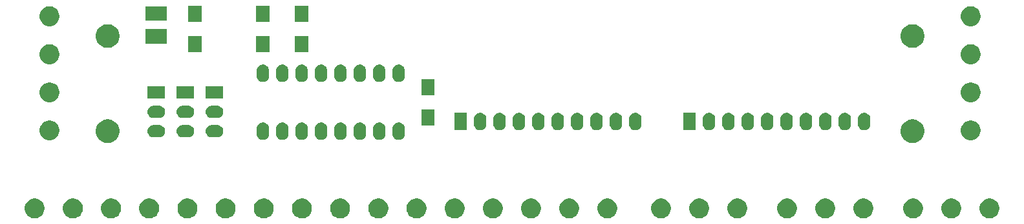
<source format=gbr>
G04 #@! TF.GenerationSoftware,KiCad,Pcbnew,(5.0.1)-3*
G04 #@! TF.CreationDate,2019-04-12T12:40:20-05:00*
G04 #@! TF.ProjectId,New_I2C_ports,4E65775F4932435F706F7274732E6B69,rev?*
G04 #@! TF.SameCoordinates,Original*
G04 #@! TF.FileFunction,Soldermask,Top*
G04 #@! TF.FilePolarity,Negative*
%FSLAX46Y46*%
G04 Gerber Fmt 4.6, Leading zero omitted, Abs format (unit mm)*
G04 Created by KiCad (PCBNEW (5.0.1)-3) date 12/04/2019 12:40:20*
%MOMM*%
%LPD*%
G01*
G04 APERTURE LIST*
%ADD10C,0.100000*%
G04 APERTURE END LIST*
D10*
G36*
X208579485Y-142258996D02*
X208579487Y-142258997D01*
X208579488Y-142258997D01*
X208816255Y-142357069D01*
X209029342Y-142499449D01*
X209210551Y-142680658D01*
X209352931Y-142893745D01*
X209451004Y-143130515D01*
X209501000Y-143381861D01*
X209501000Y-143638139D01*
X209451004Y-143889485D01*
X209352931Y-144126255D01*
X209210551Y-144339342D01*
X209029342Y-144520551D01*
X209029339Y-144520553D01*
X208816255Y-144662931D01*
X208579488Y-144761003D01*
X208579487Y-144761003D01*
X208579485Y-144761004D01*
X208328139Y-144811000D01*
X208071861Y-144811000D01*
X207820515Y-144761004D01*
X207820513Y-144761003D01*
X207820512Y-144761003D01*
X207583745Y-144662931D01*
X207370661Y-144520553D01*
X207370658Y-144520551D01*
X207189449Y-144339342D01*
X207047069Y-144126255D01*
X206948996Y-143889485D01*
X206899000Y-143638139D01*
X206899000Y-143381861D01*
X206948996Y-143130515D01*
X207047069Y-142893745D01*
X207189449Y-142680658D01*
X207370658Y-142499449D01*
X207583745Y-142357069D01*
X207820512Y-142258997D01*
X207820513Y-142258997D01*
X207820515Y-142258996D01*
X208071861Y-142209000D01*
X208328139Y-142209000D01*
X208579485Y-142258996D01*
X208579485Y-142258996D01*
G37*
G36*
X103529485Y-142258996D02*
X103529487Y-142258997D01*
X103529488Y-142258997D01*
X103766255Y-142357069D01*
X103979342Y-142499449D01*
X104160551Y-142680658D01*
X104302931Y-142893745D01*
X104401004Y-143130515D01*
X104451000Y-143381861D01*
X104451000Y-143638139D01*
X104401004Y-143889485D01*
X104302931Y-144126255D01*
X104160551Y-144339342D01*
X103979342Y-144520551D01*
X103979339Y-144520553D01*
X103766255Y-144662931D01*
X103529488Y-144761003D01*
X103529487Y-144761003D01*
X103529485Y-144761004D01*
X103278139Y-144811000D01*
X103021861Y-144811000D01*
X102770515Y-144761004D01*
X102770513Y-144761003D01*
X102770512Y-144761003D01*
X102533745Y-144662931D01*
X102320661Y-144520553D01*
X102320658Y-144520551D01*
X102139449Y-144339342D01*
X101997069Y-144126255D01*
X101898996Y-143889485D01*
X101849000Y-143638139D01*
X101849000Y-143381861D01*
X101898996Y-143130515D01*
X101997069Y-142893745D01*
X102139449Y-142680658D01*
X102320658Y-142499449D01*
X102533745Y-142357069D01*
X102770512Y-142258997D01*
X102770513Y-142258997D01*
X102770515Y-142258996D01*
X103021861Y-142209000D01*
X103278139Y-142209000D01*
X103529485Y-142258996D01*
X103529485Y-142258996D01*
G37*
G36*
X170559485Y-142258996D02*
X170559487Y-142258997D01*
X170559488Y-142258997D01*
X170796255Y-142357069D01*
X171009342Y-142499449D01*
X171190551Y-142680658D01*
X171332931Y-142893745D01*
X171431004Y-143130515D01*
X171481000Y-143381861D01*
X171481000Y-143638139D01*
X171431004Y-143889485D01*
X171332931Y-144126255D01*
X171190551Y-144339342D01*
X171009342Y-144520551D01*
X171009339Y-144520553D01*
X170796255Y-144662931D01*
X170559488Y-144761003D01*
X170559487Y-144761003D01*
X170559485Y-144761004D01*
X170308139Y-144811000D01*
X170051861Y-144811000D01*
X169800515Y-144761004D01*
X169800513Y-144761003D01*
X169800512Y-144761003D01*
X169563745Y-144662931D01*
X169350661Y-144520553D01*
X169350658Y-144520551D01*
X169169449Y-144339342D01*
X169027069Y-144126255D01*
X168928996Y-143889485D01*
X168879000Y-143638139D01*
X168879000Y-143381861D01*
X168928996Y-143130515D01*
X169027069Y-142893745D01*
X169169449Y-142680658D01*
X169350658Y-142499449D01*
X169563745Y-142357069D01*
X169800512Y-142258997D01*
X169800513Y-142258997D01*
X169800515Y-142258996D01*
X170051861Y-142209000D01*
X170308139Y-142209000D01*
X170559485Y-142258996D01*
X170559485Y-142258996D01*
G37*
G36*
X158529485Y-142258996D02*
X158529487Y-142258997D01*
X158529488Y-142258997D01*
X158766255Y-142357069D01*
X158979342Y-142499449D01*
X159160551Y-142680658D01*
X159302931Y-142893745D01*
X159401004Y-143130515D01*
X159451000Y-143381861D01*
X159451000Y-143638139D01*
X159401004Y-143889485D01*
X159302931Y-144126255D01*
X159160551Y-144339342D01*
X158979342Y-144520551D01*
X158979339Y-144520553D01*
X158766255Y-144662931D01*
X158529488Y-144761003D01*
X158529487Y-144761003D01*
X158529485Y-144761004D01*
X158278139Y-144811000D01*
X158021861Y-144811000D01*
X157770515Y-144761004D01*
X157770513Y-144761003D01*
X157770512Y-144761003D01*
X157533745Y-144662931D01*
X157320661Y-144520553D01*
X157320658Y-144520551D01*
X157139449Y-144339342D01*
X156997069Y-144126255D01*
X156898996Y-143889485D01*
X156849000Y-143638139D01*
X156849000Y-143381861D01*
X156898996Y-143130515D01*
X156997069Y-142893745D01*
X157139449Y-142680658D01*
X157320658Y-142499449D01*
X157533745Y-142357069D01*
X157770512Y-142258997D01*
X157770513Y-142258997D01*
X157770515Y-142258996D01*
X158021861Y-142209000D01*
X158278139Y-142209000D01*
X158529485Y-142258996D01*
X158529485Y-142258996D01*
G37*
G36*
X153529485Y-142258996D02*
X153529487Y-142258997D01*
X153529488Y-142258997D01*
X153766255Y-142357069D01*
X153979342Y-142499449D01*
X154160551Y-142680658D01*
X154302931Y-142893745D01*
X154401004Y-143130515D01*
X154451000Y-143381861D01*
X154451000Y-143638139D01*
X154401004Y-143889485D01*
X154302931Y-144126255D01*
X154160551Y-144339342D01*
X153979342Y-144520551D01*
X153979339Y-144520553D01*
X153766255Y-144662931D01*
X153529488Y-144761003D01*
X153529487Y-144761003D01*
X153529485Y-144761004D01*
X153278139Y-144811000D01*
X153021861Y-144811000D01*
X152770515Y-144761004D01*
X152770513Y-144761003D01*
X152770512Y-144761003D01*
X152533745Y-144662931D01*
X152320661Y-144520553D01*
X152320658Y-144520551D01*
X152139449Y-144339342D01*
X151997069Y-144126255D01*
X151898996Y-143889485D01*
X151849000Y-143638139D01*
X151849000Y-143381861D01*
X151898996Y-143130515D01*
X151997069Y-142893745D01*
X152139449Y-142680658D01*
X152320658Y-142499449D01*
X152533745Y-142357069D01*
X152770512Y-142258997D01*
X152770513Y-142258997D01*
X152770515Y-142258996D01*
X153021861Y-142209000D01*
X153278139Y-142209000D01*
X153529485Y-142258996D01*
X153529485Y-142258996D01*
G37*
G36*
X148529485Y-142258996D02*
X148529487Y-142258997D01*
X148529488Y-142258997D01*
X148766255Y-142357069D01*
X148979342Y-142499449D01*
X149160551Y-142680658D01*
X149302931Y-142893745D01*
X149401004Y-143130515D01*
X149451000Y-143381861D01*
X149451000Y-143638139D01*
X149401004Y-143889485D01*
X149302931Y-144126255D01*
X149160551Y-144339342D01*
X148979342Y-144520551D01*
X148979339Y-144520553D01*
X148766255Y-144662931D01*
X148529488Y-144761003D01*
X148529487Y-144761003D01*
X148529485Y-144761004D01*
X148278139Y-144811000D01*
X148021861Y-144811000D01*
X147770515Y-144761004D01*
X147770513Y-144761003D01*
X147770512Y-144761003D01*
X147533745Y-144662931D01*
X147320661Y-144520553D01*
X147320658Y-144520551D01*
X147139449Y-144339342D01*
X146997069Y-144126255D01*
X146898996Y-143889485D01*
X146849000Y-143638139D01*
X146849000Y-143381861D01*
X146898996Y-143130515D01*
X146997069Y-142893745D01*
X147139449Y-142680658D01*
X147320658Y-142499449D01*
X147533745Y-142357069D01*
X147770512Y-142258997D01*
X147770513Y-142258997D01*
X147770515Y-142258996D01*
X148021861Y-142209000D01*
X148278139Y-142209000D01*
X148529485Y-142258996D01*
X148529485Y-142258996D01*
G37*
G36*
X143529485Y-142258996D02*
X143529487Y-142258997D01*
X143529488Y-142258997D01*
X143766255Y-142357069D01*
X143979342Y-142499449D01*
X144160551Y-142680658D01*
X144302931Y-142893745D01*
X144401004Y-143130515D01*
X144451000Y-143381861D01*
X144451000Y-143638139D01*
X144401004Y-143889485D01*
X144302931Y-144126255D01*
X144160551Y-144339342D01*
X143979342Y-144520551D01*
X143979339Y-144520553D01*
X143766255Y-144662931D01*
X143529488Y-144761003D01*
X143529487Y-144761003D01*
X143529485Y-144761004D01*
X143278139Y-144811000D01*
X143021861Y-144811000D01*
X142770515Y-144761004D01*
X142770513Y-144761003D01*
X142770512Y-144761003D01*
X142533745Y-144662931D01*
X142320661Y-144520553D01*
X142320658Y-144520551D01*
X142139449Y-144339342D01*
X141997069Y-144126255D01*
X141898996Y-143889485D01*
X141849000Y-143638139D01*
X141849000Y-143381861D01*
X141898996Y-143130515D01*
X141997069Y-142893745D01*
X142139449Y-142680658D01*
X142320658Y-142499449D01*
X142533745Y-142357069D01*
X142770512Y-142258997D01*
X142770513Y-142258997D01*
X142770515Y-142258996D01*
X143021861Y-142209000D01*
X143278139Y-142209000D01*
X143529485Y-142258996D01*
X143529485Y-142258996D01*
G37*
G36*
X138529485Y-142258996D02*
X138529487Y-142258997D01*
X138529488Y-142258997D01*
X138766255Y-142357069D01*
X138979342Y-142499449D01*
X139160551Y-142680658D01*
X139302931Y-142893745D01*
X139401004Y-143130515D01*
X139451000Y-143381861D01*
X139451000Y-143638139D01*
X139401004Y-143889485D01*
X139302931Y-144126255D01*
X139160551Y-144339342D01*
X138979342Y-144520551D01*
X138979339Y-144520553D01*
X138766255Y-144662931D01*
X138529488Y-144761003D01*
X138529487Y-144761003D01*
X138529485Y-144761004D01*
X138278139Y-144811000D01*
X138021861Y-144811000D01*
X137770515Y-144761004D01*
X137770513Y-144761003D01*
X137770512Y-144761003D01*
X137533745Y-144662931D01*
X137320661Y-144520553D01*
X137320658Y-144520551D01*
X137139449Y-144339342D01*
X136997069Y-144126255D01*
X136898996Y-143889485D01*
X136849000Y-143638139D01*
X136849000Y-143381861D01*
X136898996Y-143130515D01*
X136997069Y-142893745D01*
X137139449Y-142680658D01*
X137320658Y-142499449D01*
X137533745Y-142357069D01*
X137770512Y-142258997D01*
X137770513Y-142258997D01*
X137770515Y-142258996D01*
X138021861Y-142209000D01*
X138278139Y-142209000D01*
X138529485Y-142258996D01*
X138529485Y-142258996D01*
G37*
G36*
X133529485Y-142258996D02*
X133529487Y-142258997D01*
X133529488Y-142258997D01*
X133766255Y-142357069D01*
X133979342Y-142499449D01*
X134160551Y-142680658D01*
X134302931Y-142893745D01*
X134401004Y-143130515D01*
X134451000Y-143381861D01*
X134451000Y-143638139D01*
X134401004Y-143889485D01*
X134302931Y-144126255D01*
X134160551Y-144339342D01*
X133979342Y-144520551D01*
X133979339Y-144520553D01*
X133766255Y-144662931D01*
X133529488Y-144761003D01*
X133529487Y-144761003D01*
X133529485Y-144761004D01*
X133278139Y-144811000D01*
X133021861Y-144811000D01*
X132770515Y-144761004D01*
X132770513Y-144761003D01*
X132770512Y-144761003D01*
X132533745Y-144662931D01*
X132320661Y-144520553D01*
X132320658Y-144520551D01*
X132139449Y-144339342D01*
X131997069Y-144126255D01*
X131898996Y-143889485D01*
X131849000Y-143638139D01*
X131849000Y-143381861D01*
X131898996Y-143130515D01*
X131997069Y-142893745D01*
X132139449Y-142680658D01*
X132320658Y-142499449D01*
X132533745Y-142357069D01*
X132770512Y-142258997D01*
X132770513Y-142258997D01*
X132770515Y-142258996D01*
X133021861Y-142209000D01*
X133278139Y-142209000D01*
X133529485Y-142258996D01*
X133529485Y-142258996D01*
G37*
G36*
X128529485Y-142258996D02*
X128529487Y-142258997D01*
X128529488Y-142258997D01*
X128766255Y-142357069D01*
X128979342Y-142499449D01*
X129160551Y-142680658D01*
X129302931Y-142893745D01*
X129401004Y-143130515D01*
X129451000Y-143381861D01*
X129451000Y-143638139D01*
X129401004Y-143889485D01*
X129302931Y-144126255D01*
X129160551Y-144339342D01*
X128979342Y-144520551D01*
X128979339Y-144520553D01*
X128766255Y-144662931D01*
X128529488Y-144761003D01*
X128529487Y-144761003D01*
X128529485Y-144761004D01*
X128278139Y-144811000D01*
X128021861Y-144811000D01*
X127770515Y-144761004D01*
X127770513Y-144761003D01*
X127770512Y-144761003D01*
X127533745Y-144662931D01*
X127320661Y-144520553D01*
X127320658Y-144520551D01*
X127139449Y-144339342D01*
X126997069Y-144126255D01*
X126898996Y-143889485D01*
X126849000Y-143638139D01*
X126849000Y-143381861D01*
X126898996Y-143130515D01*
X126997069Y-142893745D01*
X127139449Y-142680658D01*
X127320658Y-142499449D01*
X127533745Y-142357069D01*
X127770512Y-142258997D01*
X127770513Y-142258997D01*
X127770515Y-142258996D01*
X128021861Y-142209000D01*
X128278139Y-142209000D01*
X128529485Y-142258996D01*
X128529485Y-142258996D01*
G37*
G36*
X123529485Y-142258996D02*
X123529487Y-142258997D01*
X123529488Y-142258997D01*
X123766255Y-142357069D01*
X123979342Y-142499449D01*
X124160551Y-142680658D01*
X124302931Y-142893745D01*
X124401004Y-143130515D01*
X124451000Y-143381861D01*
X124451000Y-143638139D01*
X124401004Y-143889485D01*
X124302931Y-144126255D01*
X124160551Y-144339342D01*
X123979342Y-144520551D01*
X123979339Y-144520553D01*
X123766255Y-144662931D01*
X123529488Y-144761003D01*
X123529487Y-144761003D01*
X123529485Y-144761004D01*
X123278139Y-144811000D01*
X123021861Y-144811000D01*
X122770515Y-144761004D01*
X122770513Y-144761003D01*
X122770512Y-144761003D01*
X122533745Y-144662931D01*
X122320661Y-144520553D01*
X122320658Y-144520551D01*
X122139449Y-144339342D01*
X121997069Y-144126255D01*
X121898996Y-143889485D01*
X121849000Y-143638139D01*
X121849000Y-143381861D01*
X121898996Y-143130515D01*
X121997069Y-142893745D01*
X122139449Y-142680658D01*
X122320658Y-142499449D01*
X122533745Y-142357069D01*
X122770512Y-142258997D01*
X122770513Y-142258997D01*
X122770515Y-142258996D01*
X123021861Y-142209000D01*
X123278139Y-142209000D01*
X123529485Y-142258996D01*
X123529485Y-142258996D01*
G37*
G36*
X118529485Y-142258996D02*
X118529487Y-142258997D01*
X118529488Y-142258997D01*
X118766255Y-142357069D01*
X118979342Y-142499449D01*
X119160551Y-142680658D01*
X119302931Y-142893745D01*
X119401004Y-143130515D01*
X119451000Y-143381861D01*
X119451000Y-143638139D01*
X119401004Y-143889485D01*
X119302931Y-144126255D01*
X119160551Y-144339342D01*
X118979342Y-144520551D01*
X118979339Y-144520553D01*
X118766255Y-144662931D01*
X118529488Y-144761003D01*
X118529487Y-144761003D01*
X118529485Y-144761004D01*
X118278139Y-144811000D01*
X118021861Y-144811000D01*
X117770515Y-144761004D01*
X117770513Y-144761003D01*
X117770512Y-144761003D01*
X117533745Y-144662931D01*
X117320661Y-144520553D01*
X117320658Y-144520551D01*
X117139449Y-144339342D01*
X116997069Y-144126255D01*
X116898996Y-143889485D01*
X116849000Y-143638139D01*
X116849000Y-143381861D01*
X116898996Y-143130515D01*
X116997069Y-142893745D01*
X117139449Y-142680658D01*
X117320658Y-142499449D01*
X117533745Y-142357069D01*
X117770512Y-142258997D01*
X117770513Y-142258997D01*
X117770515Y-142258996D01*
X118021861Y-142209000D01*
X118278139Y-142209000D01*
X118529485Y-142258996D01*
X118529485Y-142258996D01*
G37*
G36*
X113529485Y-142258996D02*
X113529487Y-142258997D01*
X113529488Y-142258997D01*
X113766255Y-142357069D01*
X113979342Y-142499449D01*
X114160551Y-142680658D01*
X114302931Y-142893745D01*
X114401004Y-143130515D01*
X114451000Y-143381861D01*
X114451000Y-143638139D01*
X114401004Y-143889485D01*
X114302931Y-144126255D01*
X114160551Y-144339342D01*
X113979342Y-144520551D01*
X113979339Y-144520553D01*
X113766255Y-144662931D01*
X113529488Y-144761003D01*
X113529487Y-144761003D01*
X113529485Y-144761004D01*
X113278139Y-144811000D01*
X113021861Y-144811000D01*
X112770515Y-144761004D01*
X112770513Y-144761003D01*
X112770512Y-144761003D01*
X112533745Y-144662931D01*
X112320661Y-144520553D01*
X112320658Y-144520551D01*
X112139449Y-144339342D01*
X111997069Y-144126255D01*
X111898996Y-143889485D01*
X111849000Y-143638139D01*
X111849000Y-143381861D01*
X111898996Y-143130515D01*
X111997069Y-142893745D01*
X112139449Y-142680658D01*
X112320658Y-142499449D01*
X112533745Y-142357069D01*
X112770512Y-142258997D01*
X112770513Y-142258997D01*
X112770515Y-142258996D01*
X113021861Y-142209000D01*
X113278139Y-142209000D01*
X113529485Y-142258996D01*
X113529485Y-142258996D01*
G37*
G36*
X98529485Y-142258996D02*
X98529487Y-142258997D01*
X98529488Y-142258997D01*
X98766255Y-142357069D01*
X98979342Y-142499449D01*
X99160551Y-142680658D01*
X99302931Y-142893745D01*
X99401004Y-143130515D01*
X99451000Y-143381861D01*
X99451000Y-143638139D01*
X99401004Y-143889485D01*
X99302931Y-144126255D01*
X99160551Y-144339342D01*
X98979342Y-144520551D01*
X98979339Y-144520553D01*
X98766255Y-144662931D01*
X98529488Y-144761003D01*
X98529487Y-144761003D01*
X98529485Y-144761004D01*
X98278139Y-144811000D01*
X98021861Y-144811000D01*
X97770515Y-144761004D01*
X97770513Y-144761003D01*
X97770512Y-144761003D01*
X97533745Y-144662931D01*
X97320661Y-144520553D01*
X97320658Y-144520551D01*
X97139449Y-144339342D01*
X96997069Y-144126255D01*
X96898996Y-143889485D01*
X96849000Y-143638139D01*
X96849000Y-143381861D01*
X96898996Y-143130515D01*
X96997069Y-142893745D01*
X97139449Y-142680658D01*
X97320658Y-142499449D01*
X97533745Y-142357069D01*
X97770512Y-142258997D01*
X97770513Y-142258997D01*
X97770515Y-142258996D01*
X98021861Y-142209000D01*
X98278139Y-142209000D01*
X98529485Y-142258996D01*
X98529485Y-142258996D01*
G37*
G36*
X108529485Y-142258996D02*
X108529487Y-142258997D01*
X108529488Y-142258997D01*
X108766255Y-142357069D01*
X108979342Y-142499449D01*
X109160551Y-142680658D01*
X109302931Y-142893745D01*
X109401004Y-143130515D01*
X109451000Y-143381861D01*
X109451000Y-143638139D01*
X109401004Y-143889485D01*
X109302931Y-144126255D01*
X109160551Y-144339342D01*
X108979342Y-144520551D01*
X108979339Y-144520553D01*
X108766255Y-144662931D01*
X108529488Y-144761003D01*
X108529487Y-144761003D01*
X108529485Y-144761004D01*
X108278139Y-144811000D01*
X108021861Y-144811000D01*
X107770515Y-144761004D01*
X107770513Y-144761003D01*
X107770512Y-144761003D01*
X107533745Y-144662931D01*
X107320661Y-144520553D01*
X107320658Y-144520551D01*
X107139449Y-144339342D01*
X106997069Y-144126255D01*
X106898996Y-143889485D01*
X106849000Y-143638139D01*
X106849000Y-143381861D01*
X106898996Y-143130515D01*
X106997069Y-142893745D01*
X107139449Y-142680658D01*
X107320658Y-142499449D01*
X107533745Y-142357069D01*
X107770512Y-142258997D01*
X107770513Y-142258997D01*
X107770515Y-142258996D01*
X108021861Y-142209000D01*
X108278139Y-142209000D01*
X108529485Y-142258996D01*
X108529485Y-142258996D01*
G37*
G36*
X203579485Y-142258996D02*
X203579487Y-142258997D01*
X203579488Y-142258997D01*
X203816255Y-142357069D01*
X204029342Y-142499449D01*
X204210551Y-142680658D01*
X204352931Y-142893745D01*
X204451004Y-143130515D01*
X204501000Y-143381861D01*
X204501000Y-143638139D01*
X204451004Y-143889485D01*
X204352931Y-144126255D01*
X204210551Y-144339342D01*
X204029342Y-144520551D01*
X204029339Y-144520553D01*
X203816255Y-144662931D01*
X203579488Y-144761003D01*
X203579487Y-144761003D01*
X203579485Y-144761004D01*
X203328139Y-144811000D01*
X203071861Y-144811000D01*
X202820515Y-144761004D01*
X202820513Y-144761003D01*
X202820512Y-144761003D01*
X202583745Y-144662931D01*
X202370661Y-144520553D01*
X202370658Y-144520551D01*
X202189449Y-144339342D01*
X202047069Y-144126255D01*
X201948996Y-143889485D01*
X201899000Y-143638139D01*
X201899000Y-143381861D01*
X201948996Y-143130515D01*
X202047069Y-142893745D01*
X202189449Y-142680658D01*
X202370658Y-142499449D01*
X202583745Y-142357069D01*
X202820512Y-142258997D01*
X202820513Y-142258997D01*
X202820515Y-142258996D01*
X203071861Y-142209000D01*
X203328139Y-142209000D01*
X203579485Y-142258996D01*
X203579485Y-142258996D01*
G37*
G36*
X198579485Y-142258996D02*
X198579487Y-142258997D01*
X198579488Y-142258997D01*
X198816255Y-142357069D01*
X199029342Y-142499449D01*
X199210551Y-142680658D01*
X199352931Y-142893745D01*
X199451004Y-143130515D01*
X199501000Y-143381861D01*
X199501000Y-143638139D01*
X199451004Y-143889485D01*
X199352931Y-144126255D01*
X199210551Y-144339342D01*
X199029342Y-144520551D01*
X199029339Y-144520553D01*
X198816255Y-144662931D01*
X198579488Y-144761003D01*
X198579487Y-144761003D01*
X198579485Y-144761004D01*
X198328139Y-144811000D01*
X198071861Y-144811000D01*
X197820515Y-144761004D01*
X197820513Y-144761003D01*
X197820512Y-144761003D01*
X197583745Y-144662931D01*
X197370661Y-144520553D01*
X197370658Y-144520551D01*
X197189449Y-144339342D01*
X197047069Y-144126255D01*
X196948996Y-143889485D01*
X196899000Y-143638139D01*
X196899000Y-143381861D01*
X196948996Y-143130515D01*
X197047069Y-142893745D01*
X197189449Y-142680658D01*
X197370658Y-142499449D01*
X197583745Y-142357069D01*
X197820512Y-142258997D01*
X197820513Y-142258997D01*
X197820515Y-142258996D01*
X198071861Y-142209000D01*
X198328139Y-142209000D01*
X198579485Y-142258996D01*
X198579485Y-142258996D01*
G37*
G36*
X192069485Y-142258996D02*
X192069487Y-142258997D01*
X192069488Y-142258997D01*
X192306255Y-142357069D01*
X192519342Y-142499449D01*
X192700551Y-142680658D01*
X192842931Y-142893745D01*
X192941004Y-143130515D01*
X192991000Y-143381861D01*
X192991000Y-143638139D01*
X192941004Y-143889485D01*
X192842931Y-144126255D01*
X192700551Y-144339342D01*
X192519342Y-144520551D01*
X192519339Y-144520553D01*
X192306255Y-144662931D01*
X192069488Y-144761003D01*
X192069487Y-144761003D01*
X192069485Y-144761004D01*
X191818139Y-144811000D01*
X191561861Y-144811000D01*
X191310515Y-144761004D01*
X191310513Y-144761003D01*
X191310512Y-144761003D01*
X191073745Y-144662931D01*
X190860661Y-144520553D01*
X190860658Y-144520551D01*
X190679449Y-144339342D01*
X190537069Y-144126255D01*
X190438996Y-143889485D01*
X190389000Y-143638139D01*
X190389000Y-143381861D01*
X190438996Y-143130515D01*
X190537069Y-142893745D01*
X190679449Y-142680658D01*
X190860658Y-142499449D01*
X191073745Y-142357069D01*
X191310512Y-142258997D01*
X191310513Y-142258997D01*
X191310515Y-142258996D01*
X191561861Y-142209000D01*
X191818139Y-142209000D01*
X192069485Y-142258996D01*
X192069485Y-142258996D01*
G37*
G36*
X182069485Y-142258996D02*
X182069487Y-142258997D01*
X182069488Y-142258997D01*
X182306255Y-142357069D01*
X182519342Y-142499449D01*
X182700551Y-142680658D01*
X182842931Y-142893745D01*
X182941004Y-143130515D01*
X182991000Y-143381861D01*
X182991000Y-143638139D01*
X182941004Y-143889485D01*
X182842931Y-144126255D01*
X182700551Y-144339342D01*
X182519342Y-144520551D01*
X182519339Y-144520553D01*
X182306255Y-144662931D01*
X182069488Y-144761003D01*
X182069487Y-144761003D01*
X182069485Y-144761004D01*
X181818139Y-144811000D01*
X181561861Y-144811000D01*
X181310515Y-144761004D01*
X181310513Y-144761003D01*
X181310512Y-144761003D01*
X181073745Y-144662931D01*
X180860661Y-144520553D01*
X180860658Y-144520551D01*
X180679449Y-144339342D01*
X180537069Y-144126255D01*
X180438996Y-143889485D01*
X180389000Y-143638139D01*
X180389000Y-143381861D01*
X180438996Y-143130515D01*
X180537069Y-142893745D01*
X180679449Y-142680658D01*
X180860658Y-142499449D01*
X181073745Y-142357069D01*
X181310512Y-142258997D01*
X181310513Y-142258997D01*
X181310515Y-142258996D01*
X181561861Y-142209000D01*
X181818139Y-142209000D01*
X182069485Y-142258996D01*
X182069485Y-142258996D01*
G37*
G36*
X187069485Y-142258996D02*
X187069487Y-142258997D01*
X187069488Y-142258997D01*
X187306255Y-142357069D01*
X187519342Y-142499449D01*
X187700551Y-142680658D01*
X187842931Y-142893745D01*
X187941004Y-143130515D01*
X187991000Y-143381861D01*
X187991000Y-143638139D01*
X187941004Y-143889485D01*
X187842931Y-144126255D01*
X187700551Y-144339342D01*
X187519342Y-144520551D01*
X187519339Y-144520553D01*
X187306255Y-144662931D01*
X187069488Y-144761003D01*
X187069487Y-144761003D01*
X187069485Y-144761004D01*
X186818139Y-144811000D01*
X186561861Y-144811000D01*
X186310515Y-144761004D01*
X186310513Y-144761003D01*
X186310512Y-144761003D01*
X186073745Y-144662931D01*
X185860661Y-144520553D01*
X185860658Y-144520551D01*
X185679449Y-144339342D01*
X185537069Y-144126255D01*
X185438996Y-143889485D01*
X185389000Y-143638139D01*
X185389000Y-143381861D01*
X185438996Y-143130515D01*
X185537069Y-142893745D01*
X185679449Y-142680658D01*
X185860658Y-142499449D01*
X186073745Y-142357069D01*
X186310512Y-142258997D01*
X186310513Y-142258997D01*
X186310515Y-142258996D01*
X186561861Y-142209000D01*
X186818139Y-142209000D01*
X187069485Y-142258996D01*
X187069485Y-142258996D01*
G37*
G36*
X175559485Y-142258996D02*
X175559487Y-142258997D01*
X175559488Y-142258997D01*
X175796255Y-142357069D01*
X176009342Y-142499449D01*
X176190551Y-142680658D01*
X176332931Y-142893745D01*
X176431004Y-143130515D01*
X176481000Y-143381861D01*
X176481000Y-143638139D01*
X176431004Y-143889485D01*
X176332931Y-144126255D01*
X176190551Y-144339342D01*
X176009342Y-144520551D01*
X176009339Y-144520553D01*
X175796255Y-144662931D01*
X175559488Y-144761003D01*
X175559487Y-144761003D01*
X175559485Y-144761004D01*
X175308139Y-144811000D01*
X175051861Y-144811000D01*
X174800515Y-144761004D01*
X174800513Y-144761003D01*
X174800512Y-144761003D01*
X174563745Y-144662931D01*
X174350661Y-144520553D01*
X174350658Y-144520551D01*
X174169449Y-144339342D01*
X174027069Y-144126255D01*
X173928996Y-143889485D01*
X173879000Y-143638139D01*
X173879000Y-143381861D01*
X173928996Y-143130515D01*
X174027069Y-142893745D01*
X174169449Y-142680658D01*
X174350658Y-142499449D01*
X174563745Y-142357069D01*
X174800512Y-142258997D01*
X174800513Y-142258997D01*
X174800515Y-142258996D01*
X175051861Y-142209000D01*
X175308139Y-142209000D01*
X175559485Y-142258996D01*
X175559485Y-142258996D01*
G37*
G36*
X165559485Y-142258996D02*
X165559487Y-142258997D01*
X165559488Y-142258997D01*
X165796255Y-142357069D01*
X166009342Y-142499449D01*
X166190551Y-142680658D01*
X166332931Y-142893745D01*
X166431004Y-143130515D01*
X166481000Y-143381861D01*
X166481000Y-143638139D01*
X166431004Y-143889485D01*
X166332931Y-144126255D01*
X166190551Y-144339342D01*
X166009342Y-144520551D01*
X166009339Y-144520553D01*
X165796255Y-144662931D01*
X165559488Y-144761003D01*
X165559487Y-144761003D01*
X165559485Y-144761004D01*
X165308139Y-144811000D01*
X165051861Y-144811000D01*
X164800515Y-144761004D01*
X164800513Y-144761003D01*
X164800512Y-144761003D01*
X164563745Y-144662931D01*
X164350661Y-144520553D01*
X164350658Y-144520551D01*
X164169449Y-144339342D01*
X164027069Y-144126255D01*
X163928996Y-143889485D01*
X163879000Y-143638139D01*
X163879000Y-143381861D01*
X163928996Y-143130515D01*
X164027069Y-142893745D01*
X164169449Y-142680658D01*
X164350658Y-142499449D01*
X164563745Y-142357069D01*
X164800512Y-142258997D01*
X164800513Y-142258997D01*
X164800515Y-142258996D01*
X165051861Y-142209000D01*
X165308139Y-142209000D01*
X165559485Y-142258996D01*
X165559485Y-142258996D01*
G37*
G36*
X88529485Y-142258996D02*
X88529487Y-142258997D01*
X88529488Y-142258997D01*
X88766255Y-142357069D01*
X88979342Y-142499449D01*
X89160551Y-142680658D01*
X89302931Y-142893745D01*
X89401004Y-143130515D01*
X89451000Y-143381861D01*
X89451000Y-143638139D01*
X89401004Y-143889485D01*
X89302931Y-144126255D01*
X89160551Y-144339342D01*
X88979342Y-144520551D01*
X88979339Y-144520553D01*
X88766255Y-144662931D01*
X88529488Y-144761003D01*
X88529487Y-144761003D01*
X88529485Y-144761004D01*
X88278139Y-144811000D01*
X88021861Y-144811000D01*
X87770515Y-144761004D01*
X87770513Y-144761003D01*
X87770512Y-144761003D01*
X87533745Y-144662931D01*
X87320661Y-144520553D01*
X87320658Y-144520551D01*
X87139449Y-144339342D01*
X86997069Y-144126255D01*
X86898996Y-143889485D01*
X86849000Y-143638139D01*
X86849000Y-143381861D01*
X86898996Y-143130515D01*
X86997069Y-142893745D01*
X87139449Y-142680658D01*
X87320658Y-142499449D01*
X87533745Y-142357069D01*
X87770512Y-142258997D01*
X87770513Y-142258997D01*
X87770515Y-142258996D01*
X88021861Y-142209000D01*
X88278139Y-142209000D01*
X88529485Y-142258996D01*
X88529485Y-142258996D01*
G37*
G36*
X83529485Y-142258996D02*
X83529487Y-142258997D01*
X83529488Y-142258997D01*
X83766255Y-142357069D01*
X83979342Y-142499449D01*
X84160551Y-142680658D01*
X84302931Y-142893745D01*
X84401004Y-143130515D01*
X84451000Y-143381861D01*
X84451000Y-143638139D01*
X84401004Y-143889485D01*
X84302931Y-144126255D01*
X84160551Y-144339342D01*
X83979342Y-144520551D01*
X83979339Y-144520553D01*
X83766255Y-144662931D01*
X83529488Y-144761003D01*
X83529487Y-144761003D01*
X83529485Y-144761004D01*
X83278139Y-144811000D01*
X83021861Y-144811000D01*
X82770515Y-144761004D01*
X82770513Y-144761003D01*
X82770512Y-144761003D01*
X82533745Y-144662931D01*
X82320661Y-144520553D01*
X82320658Y-144520551D01*
X82139449Y-144339342D01*
X81997069Y-144126255D01*
X81898996Y-143889485D01*
X81849000Y-143638139D01*
X81849000Y-143381861D01*
X81898996Y-143130515D01*
X81997069Y-142893745D01*
X82139449Y-142680658D01*
X82320658Y-142499449D01*
X82533745Y-142357069D01*
X82770512Y-142258997D01*
X82770513Y-142258997D01*
X82770515Y-142258996D01*
X83021861Y-142209000D01*
X83278139Y-142209000D01*
X83529485Y-142258996D01*
X83529485Y-142258996D01*
G37*
G36*
X93529485Y-142258996D02*
X93529487Y-142258997D01*
X93529488Y-142258997D01*
X93766255Y-142357069D01*
X93979342Y-142499449D01*
X94160551Y-142680658D01*
X94302931Y-142893745D01*
X94401004Y-143130515D01*
X94451000Y-143381861D01*
X94451000Y-143638139D01*
X94401004Y-143889485D01*
X94302931Y-144126255D01*
X94160551Y-144339342D01*
X93979342Y-144520551D01*
X93979339Y-144520553D01*
X93766255Y-144662931D01*
X93529488Y-144761003D01*
X93529487Y-144761003D01*
X93529485Y-144761004D01*
X93278139Y-144811000D01*
X93021861Y-144811000D01*
X92770515Y-144761004D01*
X92770513Y-144761003D01*
X92770512Y-144761003D01*
X92533745Y-144662931D01*
X92320661Y-144520553D01*
X92320658Y-144520551D01*
X92139449Y-144339342D01*
X91997069Y-144126255D01*
X91898996Y-143889485D01*
X91849000Y-143638139D01*
X91849000Y-143381861D01*
X91898996Y-143130515D01*
X91997069Y-142893745D01*
X92139449Y-142680658D01*
X92320658Y-142499449D01*
X92533745Y-142357069D01*
X92770512Y-142258997D01*
X92770513Y-142258997D01*
X92770515Y-142258996D01*
X93021861Y-142209000D01*
X93278139Y-142209000D01*
X93529485Y-142258996D01*
X93529485Y-142258996D01*
G37*
G36*
X93062527Y-131838736D02*
X93162410Y-131858604D01*
X93444674Y-131975521D01*
X93698705Y-132145259D01*
X93914741Y-132361295D01*
X94084479Y-132615326D01*
X94201396Y-132897590D01*
X94201396Y-132897591D01*
X94261000Y-133197238D01*
X94261000Y-133502762D01*
X94259684Y-133509376D01*
X94201396Y-133802410D01*
X94084479Y-134084674D01*
X93914741Y-134338705D01*
X93698705Y-134554741D01*
X93444674Y-134724479D01*
X93162410Y-134841396D01*
X93062527Y-134861264D01*
X92862762Y-134901000D01*
X92557238Y-134901000D01*
X92357473Y-134861264D01*
X92257590Y-134841396D01*
X91975326Y-134724479D01*
X91721295Y-134554741D01*
X91505259Y-134338705D01*
X91335521Y-134084674D01*
X91218604Y-133802410D01*
X91160316Y-133509376D01*
X91159000Y-133502762D01*
X91159000Y-133197238D01*
X91218604Y-132897591D01*
X91218604Y-132897590D01*
X91335521Y-132615326D01*
X91505259Y-132361295D01*
X91721295Y-132145259D01*
X91975326Y-131975521D01*
X92257590Y-131858604D01*
X92357473Y-131838736D01*
X92557238Y-131799000D01*
X92862762Y-131799000D01*
X93062527Y-131838736D01*
X93062527Y-131838736D01*
G37*
G36*
X198472527Y-131838736D02*
X198572410Y-131858604D01*
X198854674Y-131975521D01*
X199108705Y-132145259D01*
X199324741Y-132361295D01*
X199494479Y-132615326D01*
X199611396Y-132897590D01*
X199611396Y-132897591D01*
X199671000Y-133197238D01*
X199671000Y-133502762D01*
X199669684Y-133509376D01*
X199611396Y-133802410D01*
X199494479Y-134084674D01*
X199324741Y-134338705D01*
X199108705Y-134554741D01*
X198854674Y-134724479D01*
X198572410Y-134841396D01*
X198472527Y-134861264D01*
X198272762Y-134901000D01*
X197967238Y-134901000D01*
X197767473Y-134861264D01*
X197667590Y-134841396D01*
X197385326Y-134724479D01*
X197131295Y-134554741D01*
X196915259Y-134338705D01*
X196745521Y-134084674D01*
X196628604Y-133802410D01*
X196570316Y-133509376D01*
X196569000Y-133502762D01*
X196569000Y-133197238D01*
X196628604Y-132897591D01*
X196628604Y-132897590D01*
X196745521Y-132615326D01*
X196915259Y-132361295D01*
X197131295Y-132145259D01*
X197385326Y-131975521D01*
X197667590Y-131858604D01*
X197767473Y-131838736D01*
X197967238Y-131799000D01*
X198272762Y-131799000D01*
X198472527Y-131838736D01*
X198472527Y-131838736D01*
G37*
G36*
X85469485Y-131978996D02*
X85469487Y-131978997D01*
X85469488Y-131978997D01*
X85706255Y-132077069D01*
X85919342Y-132219449D01*
X86100551Y-132400658D01*
X86100553Y-132400661D01*
X86242931Y-132613745D01*
X86338147Y-132843616D01*
X86341004Y-132850515D01*
X86391000Y-133101861D01*
X86391000Y-133358139D01*
X86341004Y-133609485D01*
X86242931Y-133846255D01*
X86100551Y-134059342D01*
X85919342Y-134240551D01*
X85919339Y-134240553D01*
X85706255Y-134382931D01*
X85469488Y-134481003D01*
X85469487Y-134481003D01*
X85469485Y-134481004D01*
X85218139Y-134531000D01*
X84961861Y-134531000D01*
X84710515Y-134481004D01*
X84710513Y-134481003D01*
X84710512Y-134481003D01*
X84473745Y-134382931D01*
X84260661Y-134240553D01*
X84260658Y-134240551D01*
X84079449Y-134059342D01*
X83937069Y-133846255D01*
X83838996Y-133609485D01*
X83789000Y-133358139D01*
X83789000Y-133101861D01*
X83838996Y-132850515D01*
X83841854Y-132843616D01*
X83937069Y-132613745D01*
X84079447Y-132400661D01*
X84079449Y-132400658D01*
X84260658Y-132219449D01*
X84473745Y-132077069D01*
X84710512Y-131978997D01*
X84710513Y-131978997D01*
X84710515Y-131978996D01*
X84961861Y-131929000D01*
X85218139Y-131929000D01*
X85469485Y-131978996D01*
X85469485Y-131978996D01*
G37*
G36*
X206119485Y-131978996D02*
X206119487Y-131978997D01*
X206119488Y-131978997D01*
X206356255Y-132077069D01*
X206569342Y-132219449D01*
X206750551Y-132400658D01*
X206750553Y-132400661D01*
X206892931Y-132613745D01*
X206988147Y-132843616D01*
X206991004Y-132850515D01*
X207041000Y-133101861D01*
X207041000Y-133358139D01*
X206991004Y-133609485D01*
X206892931Y-133846255D01*
X206750551Y-134059342D01*
X206569342Y-134240551D01*
X206569339Y-134240553D01*
X206356255Y-134382931D01*
X206119488Y-134481003D01*
X206119487Y-134481003D01*
X206119485Y-134481004D01*
X205868139Y-134531000D01*
X205611861Y-134531000D01*
X205360515Y-134481004D01*
X205360513Y-134481003D01*
X205360512Y-134481003D01*
X205123745Y-134382931D01*
X204910661Y-134240553D01*
X204910658Y-134240551D01*
X204729449Y-134059342D01*
X204587069Y-133846255D01*
X204488996Y-133609485D01*
X204439000Y-133358139D01*
X204439000Y-133101861D01*
X204488996Y-132850515D01*
X204491854Y-132843616D01*
X204587069Y-132613745D01*
X204729447Y-132400661D01*
X204729449Y-132400658D01*
X204910658Y-132219449D01*
X205123745Y-132077069D01*
X205360512Y-131978997D01*
X205360513Y-131978997D01*
X205360515Y-131978996D01*
X205611861Y-131929000D01*
X205868139Y-131929000D01*
X206119485Y-131978996D01*
X206119485Y-131978996D01*
G37*
G36*
X130967134Y-132210778D02*
X131067865Y-132241335D01*
X131118232Y-132256613D01*
X131164648Y-132281423D01*
X131257482Y-132331044D01*
X131379538Y-132431212D01*
X131479706Y-132553267D01*
X131502147Y-132595252D01*
X131554137Y-132692517D01*
X131565643Y-132730447D01*
X131599972Y-132843615D01*
X131611570Y-132961375D01*
X131611570Y-133738625D01*
X131599972Y-133856385D01*
X131578351Y-133927659D01*
X131554137Y-134007483D01*
X131542499Y-134029255D01*
X131479706Y-134146733D01*
X131379538Y-134268788D01*
X131257483Y-134368956D01*
X131164649Y-134418577D01*
X131118233Y-134443387D01*
X131067866Y-134458665D01*
X130967135Y-134489222D01*
X130810000Y-134504698D01*
X130652866Y-134489222D01*
X130552135Y-134458665D01*
X130501768Y-134443387D01*
X130455352Y-134418577D01*
X130362518Y-134368956D01*
X130240463Y-134268788D01*
X130140295Y-134146733D01*
X130065864Y-134007482D01*
X130020028Y-133856385D01*
X130008430Y-133738625D01*
X130008430Y-132961376D01*
X130020028Y-132843616D01*
X130065863Y-132692519D01*
X130065863Y-132692518D01*
X130090673Y-132646102D01*
X130140294Y-132553268D01*
X130240462Y-132431212D01*
X130362517Y-132331044D01*
X130455351Y-132281423D01*
X130501767Y-132256613D01*
X130552134Y-132241335D01*
X130652865Y-132210778D01*
X130810000Y-132195302D01*
X130967134Y-132210778D01*
X130967134Y-132210778D01*
G37*
G36*
X128427134Y-132210778D02*
X128527865Y-132241335D01*
X128578232Y-132256613D01*
X128624648Y-132281423D01*
X128717482Y-132331044D01*
X128839538Y-132431212D01*
X128939706Y-132553267D01*
X128962147Y-132595252D01*
X129014137Y-132692517D01*
X129025643Y-132730447D01*
X129059972Y-132843615D01*
X129071570Y-132961375D01*
X129071570Y-133738625D01*
X129059972Y-133856385D01*
X129038351Y-133927659D01*
X129014137Y-134007483D01*
X129002499Y-134029255D01*
X128939706Y-134146733D01*
X128839538Y-134268788D01*
X128717483Y-134368956D01*
X128624649Y-134418577D01*
X128578233Y-134443387D01*
X128527866Y-134458665D01*
X128427135Y-134489222D01*
X128270000Y-134504698D01*
X128112866Y-134489222D01*
X128012135Y-134458665D01*
X127961768Y-134443387D01*
X127915352Y-134418577D01*
X127822518Y-134368956D01*
X127700463Y-134268788D01*
X127600295Y-134146733D01*
X127525864Y-134007482D01*
X127480028Y-133856385D01*
X127468430Y-133738625D01*
X127468430Y-132961376D01*
X127480028Y-132843616D01*
X127525863Y-132692519D01*
X127525863Y-132692518D01*
X127550673Y-132646102D01*
X127600294Y-132553268D01*
X127700462Y-132431212D01*
X127822517Y-132331044D01*
X127915351Y-132281423D01*
X127961767Y-132256613D01*
X128012134Y-132241335D01*
X128112865Y-132210778D01*
X128270000Y-132195302D01*
X128427134Y-132210778D01*
X128427134Y-132210778D01*
G37*
G36*
X118267134Y-132210778D02*
X118367865Y-132241335D01*
X118418232Y-132256613D01*
X118464648Y-132281423D01*
X118557482Y-132331044D01*
X118679538Y-132431212D01*
X118779706Y-132553267D01*
X118802147Y-132595252D01*
X118854137Y-132692517D01*
X118865643Y-132730447D01*
X118899972Y-132843615D01*
X118911570Y-132961375D01*
X118911570Y-133738625D01*
X118899972Y-133856385D01*
X118878351Y-133927659D01*
X118854137Y-134007483D01*
X118842499Y-134029255D01*
X118779706Y-134146733D01*
X118679538Y-134268788D01*
X118557483Y-134368956D01*
X118464649Y-134418577D01*
X118418233Y-134443387D01*
X118367866Y-134458665D01*
X118267135Y-134489222D01*
X118110000Y-134504698D01*
X117952866Y-134489222D01*
X117852135Y-134458665D01*
X117801768Y-134443387D01*
X117755352Y-134418577D01*
X117662518Y-134368956D01*
X117540463Y-134268788D01*
X117440295Y-134146733D01*
X117365864Y-134007482D01*
X117320028Y-133856385D01*
X117308430Y-133738625D01*
X117308430Y-132961376D01*
X117320028Y-132843616D01*
X117365863Y-132692519D01*
X117365863Y-132692518D01*
X117390673Y-132646102D01*
X117440294Y-132553268D01*
X117540462Y-132431212D01*
X117662517Y-132331044D01*
X117755351Y-132281423D01*
X117801767Y-132256613D01*
X117852134Y-132241335D01*
X117952865Y-132210778D01*
X118110000Y-132195302D01*
X118267134Y-132210778D01*
X118267134Y-132210778D01*
G37*
G36*
X125887134Y-132210778D02*
X125987865Y-132241335D01*
X126038232Y-132256613D01*
X126084648Y-132281423D01*
X126177482Y-132331044D01*
X126299538Y-132431212D01*
X126399706Y-132553267D01*
X126422147Y-132595252D01*
X126474137Y-132692517D01*
X126485643Y-132730447D01*
X126519972Y-132843615D01*
X126531570Y-132961375D01*
X126531570Y-133738625D01*
X126519972Y-133856385D01*
X126498351Y-133927659D01*
X126474137Y-134007483D01*
X126462499Y-134029255D01*
X126399706Y-134146733D01*
X126299538Y-134268788D01*
X126177483Y-134368956D01*
X126084649Y-134418577D01*
X126038233Y-134443387D01*
X125987866Y-134458665D01*
X125887135Y-134489222D01*
X125730000Y-134504698D01*
X125572866Y-134489222D01*
X125472135Y-134458665D01*
X125421768Y-134443387D01*
X125375352Y-134418577D01*
X125282518Y-134368956D01*
X125160463Y-134268788D01*
X125060295Y-134146733D01*
X124985864Y-134007482D01*
X124940028Y-133856385D01*
X124928430Y-133738625D01*
X124928430Y-132961376D01*
X124940028Y-132843616D01*
X124985863Y-132692519D01*
X124985863Y-132692518D01*
X125010673Y-132646102D01*
X125060294Y-132553268D01*
X125160462Y-132431212D01*
X125282517Y-132331044D01*
X125375351Y-132281423D01*
X125421767Y-132256613D01*
X125472134Y-132241335D01*
X125572865Y-132210778D01*
X125730000Y-132195302D01*
X125887134Y-132210778D01*
X125887134Y-132210778D01*
G37*
G36*
X123347134Y-132210778D02*
X123447865Y-132241335D01*
X123498232Y-132256613D01*
X123544648Y-132281423D01*
X123637482Y-132331044D01*
X123759538Y-132431212D01*
X123859706Y-132553267D01*
X123882147Y-132595252D01*
X123934137Y-132692517D01*
X123945643Y-132730447D01*
X123979972Y-132843615D01*
X123991570Y-132961375D01*
X123991570Y-133738625D01*
X123979972Y-133856385D01*
X123958351Y-133927659D01*
X123934137Y-134007483D01*
X123922499Y-134029255D01*
X123859706Y-134146733D01*
X123759538Y-134268788D01*
X123637483Y-134368956D01*
X123544649Y-134418577D01*
X123498233Y-134443387D01*
X123447866Y-134458665D01*
X123347135Y-134489222D01*
X123190000Y-134504698D01*
X123032866Y-134489222D01*
X122932135Y-134458665D01*
X122881768Y-134443387D01*
X122835352Y-134418577D01*
X122742518Y-134368956D01*
X122620463Y-134268788D01*
X122520295Y-134146733D01*
X122445864Y-134007482D01*
X122400028Y-133856385D01*
X122388430Y-133738625D01*
X122388430Y-132961376D01*
X122400028Y-132843616D01*
X122445863Y-132692519D01*
X122445863Y-132692518D01*
X122470673Y-132646102D01*
X122520294Y-132553268D01*
X122620462Y-132431212D01*
X122742517Y-132331044D01*
X122835351Y-132281423D01*
X122881767Y-132256613D01*
X122932134Y-132241335D01*
X123032865Y-132210778D01*
X123190000Y-132195302D01*
X123347134Y-132210778D01*
X123347134Y-132210778D01*
G37*
G36*
X120807134Y-132210778D02*
X120907865Y-132241335D01*
X120958232Y-132256613D01*
X121004648Y-132281423D01*
X121097482Y-132331044D01*
X121219538Y-132431212D01*
X121319706Y-132553267D01*
X121342147Y-132595252D01*
X121394137Y-132692517D01*
X121405643Y-132730447D01*
X121439972Y-132843615D01*
X121451570Y-132961375D01*
X121451570Y-133738625D01*
X121439972Y-133856385D01*
X121418351Y-133927659D01*
X121394137Y-134007483D01*
X121382499Y-134029255D01*
X121319706Y-134146733D01*
X121219538Y-134268788D01*
X121097483Y-134368956D01*
X121004649Y-134418577D01*
X120958233Y-134443387D01*
X120907866Y-134458665D01*
X120807135Y-134489222D01*
X120650000Y-134504698D01*
X120492866Y-134489222D01*
X120392135Y-134458665D01*
X120341768Y-134443387D01*
X120295352Y-134418577D01*
X120202518Y-134368956D01*
X120080463Y-134268788D01*
X119980295Y-134146733D01*
X119905864Y-134007482D01*
X119860028Y-133856385D01*
X119848430Y-133738625D01*
X119848430Y-132961376D01*
X119860028Y-132843616D01*
X119905863Y-132692519D01*
X119905863Y-132692518D01*
X119930673Y-132646102D01*
X119980294Y-132553268D01*
X120080462Y-132431212D01*
X120202517Y-132331044D01*
X120295351Y-132281423D01*
X120341767Y-132256613D01*
X120392134Y-132241335D01*
X120492865Y-132210778D01*
X120650000Y-132195302D01*
X120807134Y-132210778D01*
X120807134Y-132210778D01*
G37*
G36*
X115727134Y-132210778D02*
X115827865Y-132241335D01*
X115878232Y-132256613D01*
X115924648Y-132281423D01*
X116017482Y-132331044D01*
X116139538Y-132431212D01*
X116239706Y-132553267D01*
X116262147Y-132595252D01*
X116314137Y-132692517D01*
X116325643Y-132730447D01*
X116359972Y-132843615D01*
X116371570Y-132961375D01*
X116371570Y-133738625D01*
X116359972Y-133856385D01*
X116338351Y-133927659D01*
X116314137Y-134007483D01*
X116302499Y-134029255D01*
X116239706Y-134146733D01*
X116139538Y-134268788D01*
X116017483Y-134368956D01*
X115924649Y-134418577D01*
X115878233Y-134443387D01*
X115827866Y-134458665D01*
X115727135Y-134489222D01*
X115570000Y-134504698D01*
X115412866Y-134489222D01*
X115312135Y-134458665D01*
X115261768Y-134443387D01*
X115215352Y-134418577D01*
X115122518Y-134368956D01*
X115000463Y-134268788D01*
X114900295Y-134146733D01*
X114825864Y-134007482D01*
X114780028Y-133856385D01*
X114768430Y-133738625D01*
X114768430Y-132961376D01*
X114780028Y-132843616D01*
X114825863Y-132692519D01*
X114825863Y-132692518D01*
X114850673Y-132646102D01*
X114900294Y-132553268D01*
X115000462Y-132431212D01*
X115122517Y-132331044D01*
X115215351Y-132281423D01*
X115261767Y-132256613D01*
X115312134Y-132241335D01*
X115412865Y-132210778D01*
X115570000Y-132195302D01*
X115727134Y-132210778D01*
X115727134Y-132210778D01*
G37*
G36*
X113187134Y-132210778D02*
X113287865Y-132241335D01*
X113338232Y-132256613D01*
X113384648Y-132281423D01*
X113477482Y-132331044D01*
X113599538Y-132431212D01*
X113699706Y-132553267D01*
X113722147Y-132595252D01*
X113774137Y-132692517D01*
X113785643Y-132730447D01*
X113819972Y-132843615D01*
X113831570Y-132961375D01*
X113831570Y-133738625D01*
X113819972Y-133856385D01*
X113798351Y-133927659D01*
X113774137Y-134007483D01*
X113762499Y-134029255D01*
X113699706Y-134146733D01*
X113599538Y-134268788D01*
X113477483Y-134368956D01*
X113384649Y-134418577D01*
X113338233Y-134443387D01*
X113287866Y-134458665D01*
X113187135Y-134489222D01*
X113030000Y-134504698D01*
X112872866Y-134489222D01*
X112772135Y-134458665D01*
X112721768Y-134443387D01*
X112675352Y-134418577D01*
X112582518Y-134368956D01*
X112460463Y-134268788D01*
X112360295Y-134146733D01*
X112285864Y-134007482D01*
X112240028Y-133856385D01*
X112228430Y-133738625D01*
X112228430Y-132961376D01*
X112240028Y-132843616D01*
X112285863Y-132692519D01*
X112285863Y-132692518D01*
X112310673Y-132646102D01*
X112360294Y-132553268D01*
X112460462Y-132431212D01*
X112582517Y-132331044D01*
X112675351Y-132281423D01*
X112721767Y-132256613D01*
X112772134Y-132241335D01*
X112872865Y-132210778D01*
X113030000Y-132195302D01*
X113187134Y-132210778D01*
X113187134Y-132210778D01*
G37*
G36*
X107097567Y-132540921D02*
X107177196Y-132548764D01*
X107270924Y-132577196D01*
X107330448Y-132595252D01*
X107471685Y-132670745D01*
X107595479Y-132772341D01*
X107697075Y-132896135D01*
X107772568Y-133037372D01*
X107772568Y-133037373D01*
X107819056Y-133190624D01*
X107834753Y-133350000D01*
X107819056Y-133509376D01*
X107788688Y-133609485D01*
X107772568Y-133662628D01*
X107697075Y-133803865D01*
X107595479Y-133927659D01*
X107471685Y-134029255D01*
X107330448Y-134104748D01*
X107279363Y-134120244D01*
X107177196Y-134151236D01*
X107097567Y-134159079D01*
X107057754Y-134163000D01*
X106302246Y-134163000D01*
X106262433Y-134159079D01*
X106182804Y-134151236D01*
X106080637Y-134120244D01*
X106029552Y-134104748D01*
X105888315Y-134029255D01*
X105764521Y-133927659D01*
X105662925Y-133803865D01*
X105587432Y-133662628D01*
X105571312Y-133609485D01*
X105540944Y-133509376D01*
X105525247Y-133350000D01*
X105540944Y-133190624D01*
X105587432Y-133037373D01*
X105587432Y-133037372D01*
X105662925Y-132896135D01*
X105764521Y-132772341D01*
X105888315Y-132670745D01*
X106029552Y-132595252D01*
X106089076Y-132577196D01*
X106182804Y-132548764D01*
X106262433Y-132540921D01*
X106302246Y-132537000D01*
X107057754Y-132537000D01*
X107097567Y-132540921D01*
X107097567Y-132540921D01*
G37*
G36*
X99477567Y-132540921D02*
X99557196Y-132548764D01*
X99650924Y-132577196D01*
X99710448Y-132595252D01*
X99851685Y-132670745D01*
X99975479Y-132772341D01*
X100077075Y-132896135D01*
X100152568Y-133037372D01*
X100152568Y-133037373D01*
X100199056Y-133190624D01*
X100214753Y-133350000D01*
X100199056Y-133509376D01*
X100168688Y-133609485D01*
X100152568Y-133662628D01*
X100077075Y-133803865D01*
X99975479Y-133927659D01*
X99851685Y-134029255D01*
X99710448Y-134104748D01*
X99659363Y-134120244D01*
X99557196Y-134151236D01*
X99477567Y-134159079D01*
X99437754Y-134163000D01*
X98682246Y-134163000D01*
X98642433Y-134159079D01*
X98562804Y-134151236D01*
X98460637Y-134120244D01*
X98409552Y-134104748D01*
X98268315Y-134029255D01*
X98144521Y-133927659D01*
X98042925Y-133803865D01*
X97967432Y-133662628D01*
X97951312Y-133609485D01*
X97920944Y-133509376D01*
X97905247Y-133350000D01*
X97920944Y-133190624D01*
X97967432Y-133037373D01*
X97967432Y-133037372D01*
X98042925Y-132896135D01*
X98144521Y-132772341D01*
X98268315Y-132670745D01*
X98409552Y-132595252D01*
X98469076Y-132577196D01*
X98562804Y-132548764D01*
X98642433Y-132540921D01*
X98682246Y-132537000D01*
X99437754Y-132537000D01*
X99477567Y-132540921D01*
X99477567Y-132540921D01*
G37*
G36*
X103287567Y-132540921D02*
X103367196Y-132548764D01*
X103460924Y-132577196D01*
X103520448Y-132595252D01*
X103661685Y-132670745D01*
X103785479Y-132772341D01*
X103887075Y-132896135D01*
X103962568Y-133037372D01*
X103962568Y-133037373D01*
X104009056Y-133190624D01*
X104024753Y-133350000D01*
X104009056Y-133509376D01*
X103978688Y-133609485D01*
X103962568Y-133662628D01*
X103887075Y-133803865D01*
X103785479Y-133927659D01*
X103661685Y-134029255D01*
X103520448Y-134104748D01*
X103469363Y-134120244D01*
X103367196Y-134151236D01*
X103287567Y-134159079D01*
X103247754Y-134163000D01*
X102492246Y-134163000D01*
X102452433Y-134159079D01*
X102372804Y-134151236D01*
X102270637Y-134120244D01*
X102219552Y-134104748D01*
X102078315Y-134029255D01*
X101954521Y-133927659D01*
X101852925Y-133803865D01*
X101777432Y-133662628D01*
X101761312Y-133609485D01*
X101730944Y-133509376D01*
X101715247Y-133350000D01*
X101730944Y-133190624D01*
X101777432Y-133037373D01*
X101777432Y-133037372D01*
X101852925Y-132896135D01*
X101954521Y-132772341D01*
X102078315Y-132670745D01*
X102219552Y-132595252D01*
X102279076Y-132577196D01*
X102372804Y-132548764D01*
X102452433Y-132540921D01*
X102492246Y-132537000D01*
X103247754Y-132537000D01*
X103287567Y-132540921D01*
X103287567Y-132540921D01*
G37*
G36*
X144177375Y-130940944D02*
X144271103Y-130969376D01*
X144330627Y-130987432D01*
X144406120Y-131027785D01*
X144471863Y-131062925D01*
X144471865Y-131062926D01*
X144471864Y-131062926D01*
X144595659Y-131164521D01*
X144697255Y-131288315D01*
X144772748Y-131429552D01*
X144788244Y-131480637D01*
X144819236Y-131582804D01*
X144831000Y-131702247D01*
X144831000Y-132457753D01*
X144819236Y-132577196D01*
X144790858Y-132670745D01*
X144772748Y-132730448D01*
X144697255Y-132871685D01*
X144595659Y-132995479D01*
X144471865Y-133097075D01*
X144330628Y-133172568D01*
X144279543Y-133188064D01*
X144177376Y-133219056D01*
X144018000Y-133234753D01*
X143858625Y-133219056D01*
X143756458Y-133188064D01*
X143705373Y-133172568D01*
X143564136Y-133097075D01*
X143440342Y-132995479D01*
X143338746Y-132871685D01*
X143263254Y-132730449D01*
X143263253Y-132730447D01*
X143216764Y-132577196D01*
X143205000Y-132457753D01*
X143205000Y-131702248D01*
X143216764Y-131582805D01*
X143263252Y-131429554D01*
X143263252Y-131429553D01*
X143338746Y-131288316D01*
X143440341Y-131164521D01*
X143564135Y-131062925D01*
X143705372Y-130987432D01*
X143764896Y-130969376D01*
X143858624Y-130940944D01*
X144018000Y-130925247D01*
X144177375Y-130940944D01*
X144177375Y-130940944D01*
G37*
G36*
X146717375Y-130940944D02*
X146811103Y-130969376D01*
X146870627Y-130987432D01*
X146946120Y-131027785D01*
X147011863Y-131062925D01*
X147011865Y-131062926D01*
X147011864Y-131062926D01*
X147135659Y-131164521D01*
X147237255Y-131288315D01*
X147312748Y-131429552D01*
X147328244Y-131480637D01*
X147359236Y-131582804D01*
X147371000Y-131702247D01*
X147371000Y-132457753D01*
X147359236Y-132577196D01*
X147330858Y-132670745D01*
X147312748Y-132730448D01*
X147237255Y-132871685D01*
X147135659Y-132995479D01*
X147011865Y-133097075D01*
X146870628Y-133172568D01*
X146819543Y-133188064D01*
X146717376Y-133219056D01*
X146558000Y-133234753D01*
X146398625Y-133219056D01*
X146296458Y-133188064D01*
X146245373Y-133172568D01*
X146104136Y-133097075D01*
X145980342Y-132995479D01*
X145878746Y-132871685D01*
X145803254Y-132730449D01*
X145803253Y-132730447D01*
X145756764Y-132577196D01*
X145745000Y-132457753D01*
X145745000Y-131702248D01*
X145756764Y-131582805D01*
X145803252Y-131429554D01*
X145803252Y-131429553D01*
X145878746Y-131288316D01*
X145980341Y-131164521D01*
X146104135Y-131062925D01*
X146245372Y-130987432D01*
X146304896Y-130969376D01*
X146398624Y-130940944D01*
X146558000Y-130925247D01*
X146717375Y-130940944D01*
X146717375Y-130940944D01*
G37*
G36*
X149257375Y-130940944D02*
X149351103Y-130969376D01*
X149410627Y-130987432D01*
X149486120Y-131027785D01*
X149551863Y-131062925D01*
X149551865Y-131062926D01*
X149551864Y-131062926D01*
X149675659Y-131164521D01*
X149777255Y-131288315D01*
X149852748Y-131429552D01*
X149868244Y-131480637D01*
X149899236Y-131582804D01*
X149911000Y-131702247D01*
X149911000Y-132457753D01*
X149899236Y-132577196D01*
X149870858Y-132670745D01*
X149852748Y-132730448D01*
X149777255Y-132871685D01*
X149675659Y-132995479D01*
X149551865Y-133097075D01*
X149410628Y-133172568D01*
X149359543Y-133188064D01*
X149257376Y-133219056D01*
X149098000Y-133234753D01*
X148938625Y-133219056D01*
X148836458Y-133188064D01*
X148785373Y-133172568D01*
X148644136Y-133097075D01*
X148520342Y-132995479D01*
X148418746Y-132871685D01*
X148343254Y-132730449D01*
X148343253Y-132730447D01*
X148296764Y-132577196D01*
X148285000Y-132457753D01*
X148285000Y-131702248D01*
X148296764Y-131582805D01*
X148343252Y-131429554D01*
X148343252Y-131429553D01*
X148418746Y-131288316D01*
X148520341Y-131164521D01*
X148644135Y-131062925D01*
X148785372Y-130987432D01*
X148844896Y-130969376D01*
X148938624Y-130940944D01*
X149098000Y-130925247D01*
X149257375Y-130940944D01*
X149257375Y-130940944D01*
G37*
G36*
X151797375Y-130940944D02*
X151891103Y-130969376D01*
X151950627Y-130987432D01*
X152026120Y-131027785D01*
X152091863Y-131062925D01*
X152091865Y-131062926D01*
X152091864Y-131062926D01*
X152215659Y-131164521D01*
X152317255Y-131288315D01*
X152392748Y-131429552D01*
X152408244Y-131480637D01*
X152439236Y-131582804D01*
X152451000Y-131702247D01*
X152451000Y-132457753D01*
X152439236Y-132577196D01*
X152410858Y-132670745D01*
X152392748Y-132730448D01*
X152317255Y-132871685D01*
X152215659Y-132995479D01*
X152091865Y-133097075D01*
X151950628Y-133172568D01*
X151899543Y-133188064D01*
X151797376Y-133219056D01*
X151638000Y-133234753D01*
X151478625Y-133219056D01*
X151376458Y-133188064D01*
X151325373Y-133172568D01*
X151184136Y-133097075D01*
X151060342Y-132995479D01*
X150958746Y-132871685D01*
X150883254Y-132730449D01*
X150883253Y-132730447D01*
X150836764Y-132577196D01*
X150825000Y-132457753D01*
X150825000Y-131702248D01*
X150836764Y-131582805D01*
X150883252Y-131429554D01*
X150883252Y-131429553D01*
X150958746Y-131288316D01*
X151060341Y-131164521D01*
X151184135Y-131062925D01*
X151325372Y-130987432D01*
X151384896Y-130969376D01*
X151478624Y-130940944D01*
X151638000Y-130925247D01*
X151797375Y-130940944D01*
X151797375Y-130940944D01*
G37*
G36*
X154337375Y-130940944D02*
X154431103Y-130969376D01*
X154490627Y-130987432D01*
X154566120Y-131027785D01*
X154631863Y-131062925D01*
X154631865Y-131062926D01*
X154631864Y-131062926D01*
X154755659Y-131164521D01*
X154857255Y-131288315D01*
X154932748Y-131429552D01*
X154948244Y-131480637D01*
X154979236Y-131582804D01*
X154991000Y-131702247D01*
X154991000Y-132457753D01*
X154979236Y-132577196D01*
X154950858Y-132670745D01*
X154932748Y-132730448D01*
X154857255Y-132871685D01*
X154755659Y-132995479D01*
X154631865Y-133097075D01*
X154490628Y-133172568D01*
X154439543Y-133188064D01*
X154337376Y-133219056D01*
X154178000Y-133234753D01*
X154018625Y-133219056D01*
X153916458Y-133188064D01*
X153865373Y-133172568D01*
X153724136Y-133097075D01*
X153600342Y-132995479D01*
X153498746Y-132871685D01*
X153423254Y-132730449D01*
X153423253Y-132730447D01*
X153376764Y-132577196D01*
X153365000Y-132457753D01*
X153365000Y-131702248D01*
X153376764Y-131582805D01*
X153423252Y-131429554D01*
X153423252Y-131429553D01*
X153498746Y-131288316D01*
X153600341Y-131164521D01*
X153724135Y-131062925D01*
X153865372Y-130987432D01*
X153924896Y-130969376D01*
X154018624Y-130940944D01*
X154178000Y-130925247D01*
X154337375Y-130940944D01*
X154337375Y-130940944D01*
G37*
G36*
X156877375Y-130940944D02*
X156971103Y-130969376D01*
X157030627Y-130987432D01*
X157106120Y-131027785D01*
X157171863Y-131062925D01*
X157171865Y-131062926D01*
X157171864Y-131062926D01*
X157295659Y-131164521D01*
X157397255Y-131288315D01*
X157472748Y-131429552D01*
X157488244Y-131480637D01*
X157519236Y-131582804D01*
X157531000Y-131702247D01*
X157531000Y-132457753D01*
X157519236Y-132577196D01*
X157490858Y-132670745D01*
X157472748Y-132730448D01*
X157397255Y-132871685D01*
X157295659Y-132995479D01*
X157171865Y-133097075D01*
X157030628Y-133172568D01*
X156979543Y-133188064D01*
X156877376Y-133219056D01*
X156718000Y-133234753D01*
X156558625Y-133219056D01*
X156456458Y-133188064D01*
X156405373Y-133172568D01*
X156264136Y-133097075D01*
X156140342Y-132995479D01*
X156038746Y-132871685D01*
X155963254Y-132730449D01*
X155963253Y-132730447D01*
X155916764Y-132577196D01*
X155905000Y-132457753D01*
X155905000Y-131702248D01*
X155916764Y-131582805D01*
X155963252Y-131429554D01*
X155963252Y-131429553D01*
X156038746Y-131288316D01*
X156140341Y-131164521D01*
X156264135Y-131062925D01*
X156405372Y-130987432D01*
X156464896Y-130969376D01*
X156558624Y-130940944D01*
X156718000Y-130925247D01*
X156877375Y-130940944D01*
X156877375Y-130940944D01*
G37*
G36*
X179229375Y-130940944D02*
X179323103Y-130969376D01*
X179382627Y-130987432D01*
X179458120Y-131027785D01*
X179523863Y-131062925D01*
X179523865Y-131062926D01*
X179523864Y-131062926D01*
X179647659Y-131164521D01*
X179749255Y-131288315D01*
X179824748Y-131429552D01*
X179840244Y-131480637D01*
X179871236Y-131582804D01*
X179883000Y-131702247D01*
X179883000Y-132457753D01*
X179871236Y-132577196D01*
X179842858Y-132670745D01*
X179824748Y-132730448D01*
X179749255Y-132871685D01*
X179647659Y-132995479D01*
X179523865Y-133097075D01*
X179382628Y-133172568D01*
X179331543Y-133188064D01*
X179229376Y-133219056D01*
X179070000Y-133234753D01*
X178910625Y-133219056D01*
X178808458Y-133188064D01*
X178757373Y-133172568D01*
X178616136Y-133097075D01*
X178492342Y-132995479D01*
X178390746Y-132871685D01*
X178315254Y-132730449D01*
X178315253Y-132730447D01*
X178268764Y-132577196D01*
X178257000Y-132457753D01*
X178257000Y-131702248D01*
X178268764Y-131582805D01*
X178315252Y-131429554D01*
X178315252Y-131429553D01*
X178390746Y-131288316D01*
X178492341Y-131164521D01*
X178616135Y-131062925D01*
X178757372Y-130987432D01*
X178816896Y-130969376D01*
X178910624Y-130940944D01*
X179070000Y-130925247D01*
X179229375Y-130940944D01*
X179229375Y-130940944D01*
G37*
G36*
X159417375Y-130940944D02*
X159511103Y-130969376D01*
X159570627Y-130987432D01*
X159646120Y-131027785D01*
X159711863Y-131062925D01*
X159711865Y-131062926D01*
X159711864Y-131062926D01*
X159835659Y-131164521D01*
X159937255Y-131288315D01*
X160012748Y-131429552D01*
X160028244Y-131480637D01*
X160059236Y-131582804D01*
X160071000Y-131702247D01*
X160071000Y-132457753D01*
X160059236Y-132577196D01*
X160030858Y-132670745D01*
X160012748Y-132730448D01*
X159937255Y-132871685D01*
X159835659Y-132995479D01*
X159711865Y-133097075D01*
X159570628Y-133172568D01*
X159519543Y-133188064D01*
X159417376Y-133219056D01*
X159258000Y-133234753D01*
X159098625Y-133219056D01*
X158996458Y-133188064D01*
X158945373Y-133172568D01*
X158804136Y-133097075D01*
X158680342Y-132995479D01*
X158578746Y-132871685D01*
X158503254Y-132730449D01*
X158503253Y-132730447D01*
X158456764Y-132577196D01*
X158445000Y-132457753D01*
X158445000Y-131702248D01*
X158456764Y-131582805D01*
X158503252Y-131429554D01*
X158503252Y-131429553D01*
X158578746Y-131288316D01*
X158680341Y-131164521D01*
X158804135Y-131062925D01*
X158945372Y-130987432D01*
X159004896Y-130969376D01*
X159098624Y-130940944D01*
X159258000Y-130925247D01*
X159417375Y-130940944D01*
X159417375Y-130940944D01*
G37*
G36*
X161957375Y-130940944D02*
X162051103Y-130969376D01*
X162110627Y-130987432D01*
X162186120Y-131027785D01*
X162251863Y-131062925D01*
X162251865Y-131062926D01*
X162251864Y-131062926D01*
X162375659Y-131164521D01*
X162477255Y-131288315D01*
X162552748Y-131429552D01*
X162568244Y-131480637D01*
X162599236Y-131582804D01*
X162611000Y-131702247D01*
X162611000Y-132457753D01*
X162599236Y-132577196D01*
X162570858Y-132670745D01*
X162552748Y-132730448D01*
X162477255Y-132871685D01*
X162375659Y-132995479D01*
X162251865Y-133097075D01*
X162110628Y-133172568D01*
X162059543Y-133188064D01*
X161957376Y-133219056D01*
X161798000Y-133234753D01*
X161638625Y-133219056D01*
X161536458Y-133188064D01*
X161485373Y-133172568D01*
X161344136Y-133097075D01*
X161220342Y-132995479D01*
X161118746Y-132871685D01*
X161043254Y-132730449D01*
X161043253Y-132730447D01*
X160996764Y-132577196D01*
X160985000Y-132457753D01*
X160985000Y-131702248D01*
X160996764Y-131582805D01*
X161043252Y-131429554D01*
X161043252Y-131429553D01*
X161118746Y-131288316D01*
X161220341Y-131164521D01*
X161344135Y-131062925D01*
X161485372Y-130987432D01*
X161544896Y-130969376D01*
X161638624Y-130940944D01*
X161798000Y-130925247D01*
X161957375Y-130940944D01*
X161957375Y-130940944D01*
G37*
G36*
X141637375Y-130940944D02*
X141731103Y-130969376D01*
X141790627Y-130987432D01*
X141866120Y-131027785D01*
X141931863Y-131062925D01*
X141931865Y-131062926D01*
X141931864Y-131062926D01*
X142055659Y-131164521D01*
X142157255Y-131288315D01*
X142232748Y-131429552D01*
X142248244Y-131480637D01*
X142279236Y-131582804D01*
X142291000Y-131702247D01*
X142291000Y-132457753D01*
X142279236Y-132577196D01*
X142250858Y-132670745D01*
X142232748Y-132730448D01*
X142157255Y-132871685D01*
X142055659Y-132995479D01*
X141931865Y-133097075D01*
X141790628Y-133172568D01*
X141739543Y-133188064D01*
X141637376Y-133219056D01*
X141478000Y-133234753D01*
X141318625Y-133219056D01*
X141216458Y-133188064D01*
X141165373Y-133172568D01*
X141024136Y-133097075D01*
X140900342Y-132995479D01*
X140798746Y-132871685D01*
X140723254Y-132730449D01*
X140723253Y-132730447D01*
X140676764Y-132577196D01*
X140665000Y-132457753D01*
X140665000Y-131702248D01*
X140676764Y-131582805D01*
X140723252Y-131429554D01*
X140723252Y-131429553D01*
X140798746Y-131288316D01*
X140900341Y-131164521D01*
X141024135Y-131062925D01*
X141165372Y-130987432D01*
X141224896Y-130969376D01*
X141318624Y-130940944D01*
X141478000Y-130925247D01*
X141637375Y-130940944D01*
X141637375Y-130940944D01*
G37*
G36*
X176689375Y-130940944D02*
X176783103Y-130969376D01*
X176842627Y-130987432D01*
X176918120Y-131027785D01*
X176983863Y-131062925D01*
X176983865Y-131062926D01*
X176983864Y-131062926D01*
X177107659Y-131164521D01*
X177209255Y-131288315D01*
X177284748Y-131429552D01*
X177300244Y-131480637D01*
X177331236Y-131582804D01*
X177343000Y-131702247D01*
X177343000Y-132457753D01*
X177331236Y-132577196D01*
X177302858Y-132670745D01*
X177284748Y-132730448D01*
X177209255Y-132871685D01*
X177107659Y-132995479D01*
X176983865Y-133097075D01*
X176842628Y-133172568D01*
X176791543Y-133188064D01*
X176689376Y-133219056D01*
X176530000Y-133234753D01*
X176370625Y-133219056D01*
X176268458Y-133188064D01*
X176217373Y-133172568D01*
X176076136Y-133097075D01*
X175952342Y-132995479D01*
X175850746Y-132871685D01*
X175775254Y-132730449D01*
X175775253Y-132730447D01*
X175728764Y-132577196D01*
X175717000Y-132457753D01*
X175717000Y-131702248D01*
X175728764Y-131582805D01*
X175775252Y-131429554D01*
X175775252Y-131429553D01*
X175850746Y-131288316D01*
X175952341Y-131164521D01*
X176076135Y-131062925D01*
X176217372Y-130987432D01*
X176276896Y-130969376D01*
X176370624Y-130940944D01*
X176530000Y-130925247D01*
X176689375Y-130940944D01*
X176689375Y-130940944D01*
G37*
G36*
X181769375Y-130940944D02*
X181863103Y-130969376D01*
X181922627Y-130987432D01*
X181998120Y-131027785D01*
X182063863Y-131062925D01*
X182063865Y-131062926D01*
X182063864Y-131062926D01*
X182187659Y-131164521D01*
X182289255Y-131288315D01*
X182364748Y-131429552D01*
X182380244Y-131480637D01*
X182411236Y-131582804D01*
X182423000Y-131702247D01*
X182423000Y-132457753D01*
X182411236Y-132577196D01*
X182382858Y-132670745D01*
X182364748Y-132730448D01*
X182289255Y-132871685D01*
X182187659Y-132995479D01*
X182063865Y-133097075D01*
X181922628Y-133172568D01*
X181871543Y-133188064D01*
X181769376Y-133219056D01*
X181610000Y-133234753D01*
X181450625Y-133219056D01*
X181348458Y-133188064D01*
X181297373Y-133172568D01*
X181156136Y-133097075D01*
X181032342Y-132995479D01*
X180930746Y-132871685D01*
X180855254Y-132730449D01*
X180855253Y-132730447D01*
X180808764Y-132577196D01*
X180797000Y-132457753D01*
X180797000Y-131702248D01*
X180808764Y-131582805D01*
X180855252Y-131429554D01*
X180855252Y-131429553D01*
X180930746Y-131288316D01*
X181032341Y-131164521D01*
X181156135Y-131062925D01*
X181297372Y-130987432D01*
X181356896Y-130969376D01*
X181450624Y-130940944D01*
X181610000Y-130925247D01*
X181769375Y-130940944D01*
X181769375Y-130940944D01*
G37*
G36*
X184309375Y-130940944D02*
X184403103Y-130969376D01*
X184462627Y-130987432D01*
X184538120Y-131027785D01*
X184603863Y-131062925D01*
X184603865Y-131062926D01*
X184603864Y-131062926D01*
X184727659Y-131164521D01*
X184829255Y-131288315D01*
X184904748Y-131429552D01*
X184920244Y-131480637D01*
X184951236Y-131582804D01*
X184963000Y-131702247D01*
X184963000Y-132457753D01*
X184951236Y-132577196D01*
X184922858Y-132670745D01*
X184904748Y-132730448D01*
X184829255Y-132871685D01*
X184727659Y-132995479D01*
X184603865Y-133097075D01*
X184462628Y-133172568D01*
X184411543Y-133188064D01*
X184309376Y-133219056D01*
X184150000Y-133234753D01*
X183990625Y-133219056D01*
X183888458Y-133188064D01*
X183837373Y-133172568D01*
X183696136Y-133097075D01*
X183572342Y-132995479D01*
X183470746Y-132871685D01*
X183395254Y-132730449D01*
X183395253Y-132730447D01*
X183348764Y-132577196D01*
X183337000Y-132457753D01*
X183337000Y-131702248D01*
X183348764Y-131582805D01*
X183395252Y-131429554D01*
X183395252Y-131429553D01*
X183470746Y-131288316D01*
X183572341Y-131164521D01*
X183696135Y-131062925D01*
X183837372Y-130987432D01*
X183896896Y-130969376D01*
X183990624Y-130940944D01*
X184150000Y-130925247D01*
X184309375Y-130940944D01*
X184309375Y-130940944D01*
G37*
G36*
X186849375Y-130940944D02*
X186943103Y-130969376D01*
X187002627Y-130987432D01*
X187078120Y-131027785D01*
X187143863Y-131062925D01*
X187143865Y-131062926D01*
X187143864Y-131062926D01*
X187267659Y-131164521D01*
X187369255Y-131288315D01*
X187444748Y-131429552D01*
X187460244Y-131480637D01*
X187491236Y-131582804D01*
X187503000Y-131702247D01*
X187503000Y-132457753D01*
X187491236Y-132577196D01*
X187462858Y-132670745D01*
X187444748Y-132730448D01*
X187369255Y-132871685D01*
X187267659Y-132995479D01*
X187143865Y-133097075D01*
X187002628Y-133172568D01*
X186951543Y-133188064D01*
X186849376Y-133219056D01*
X186690000Y-133234753D01*
X186530625Y-133219056D01*
X186428458Y-133188064D01*
X186377373Y-133172568D01*
X186236136Y-133097075D01*
X186112342Y-132995479D01*
X186010746Y-132871685D01*
X185935254Y-132730449D01*
X185935253Y-132730447D01*
X185888764Y-132577196D01*
X185877000Y-132457753D01*
X185877000Y-131702248D01*
X185888764Y-131582805D01*
X185935252Y-131429554D01*
X185935252Y-131429553D01*
X186010746Y-131288316D01*
X186112341Y-131164521D01*
X186236135Y-131062925D01*
X186377372Y-130987432D01*
X186436896Y-130969376D01*
X186530624Y-130940944D01*
X186690000Y-130925247D01*
X186849375Y-130940944D01*
X186849375Y-130940944D01*
G37*
G36*
X189389375Y-130940944D02*
X189483103Y-130969376D01*
X189542627Y-130987432D01*
X189618120Y-131027785D01*
X189683863Y-131062925D01*
X189683865Y-131062926D01*
X189683864Y-131062926D01*
X189807659Y-131164521D01*
X189909255Y-131288315D01*
X189984748Y-131429552D01*
X190000244Y-131480637D01*
X190031236Y-131582804D01*
X190043000Y-131702247D01*
X190043000Y-132457753D01*
X190031236Y-132577196D01*
X190002858Y-132670745D01*
X189984748Y-132730448D01*
X189909255Y-132871685D01*
X189807659Y-132995479D01*
X189683865Y-133097075D01*
X189542628Y-133172568D01*
X189491543Y-133188064D01*
X189389376Y-133219056D01*
X189230000Y-133234753D01*
X189070625Y-133219056D01*
X188968458Y-133188064D01*
X188917373Y-133172568D01*
X188776136Y-133097075D01*
X188652342Y-132995479D01*
X188550746Y-132871685D01*
X188475254Y-132730449D01*
X188475253Y-132730447D01*
X188428764Y-132577196D01*
X188417000Y-132457753D01*
X188417000Y-131702248D01*
X188428764Y-131582805D01*
X188475252Y-131429554D01*
X188475252Y-131429553D01*
X188550746Y-131288316D01*
X188652341Y-131164521D01*
X188776135Y-131062925D01*
X188917372Y-130987432D01*
X188976896Y-130969376D01*
X189070624Y-130940944D01*
X189230000Y-130925247D01*
X189389375Y-130940944D01*
X189389375Y-130940944D01*
G37*
G36*
X191929375Y-130940944D02*
X192023103Y-130969376D01*
X192082627Y-130987432D01*
X192158120Y-131027785D01*
X192223863Y-131062925D01*
X192223865Y-131062926D01*
X192223864Y-131062926D01*
X192347659Y-131164521D01*
X192449255Y-131288315D01*
X192524748Y-131429552D01*
X192540244Y-131480637D01*
X192571236Y-131582804D01*
X192583000Y-131702247D01*
X192583000Y-132457753D01*
X192571236Y-132577196D01*
X192542858Y-132670745D01*
X192524748Y-132730448D01*
X192449255Y-132871685D01*
X192347659Y-132995479D01*
X192223865Y-133097075D01*
X192082628Y-133172568D01*
X192031543Y-133188064D01*
X191929376Y-133219056D01*
X191770000Y-133234753D01*
X191610625Y-133219056D01*
X191508458Y-133188064D01*
X191457373Y-133172568D01*
X191316136Y-133097075D01*
X191192342Y-132995479D01*
X191090746Y-132871685D01*
X191015254Y-132730449D01*
X191015253Y-132730447D01*
X190968764Y-132577196D01*
X190957000Y-132457753D01*
X190957000Y-131702248D01*
X190968764Y-131582805D01*
X191015252Y-131429554D01*
X191015252Y-131429553D01*
X191090746Y-131288316D01*
X191192341Y-131164521D01*
X191316135Y-131062925D01*
X191457372Y-130987432D01*
X191516896Y-130969376D01*
X191610624Y-130940944D01*
X191770000Y-130925247D01*
X191929375Y-130940944D01*
X191929375Y-130940944D01*
G37*
G36*
X174149375Y-130940944D02*
X174243103Y-130969376D01*
X174302627Y-130987432D01*
X174378120Y-131027785D01*
X174443863Y-131062925D01*
X174443865Y-131062926D01*
X174443864Y-131062926D01*
X174567659Y-131164521D01*
X174669255Y-131288315D01*
X174744748Y-131429552D01*
X174760244Y-131480637D01*
X174791236Y-131582804D01*
X174803000Y-131702247D01*
X174803000Y-132457753D01*
X174791236Y-132577196D01*
X174762858Y-132670745D01*
X174744748Y-132730448D01*
X174669255Y-132871685D01*
X174567659Y-132995479D01*
X174443865Y-133097075D01*
X174302628Y-133172568D01*
X174251543Y-133188064D01*
X174149376Y-133219056D01*
X173990000Y-133234753D01*
X173830625Y-133219056D01*
X173728458Y-133188064D01*
X173677373Y-133172568D01*
X173536136Y-133097075D01*
X173412342Y-132995479D01*
X173310746Y-132871685D01*
X173235254Y-132730449D01*
X173235253Y-132730447D01*
X173188764Y-132577196D01*
X173177000Y-132457753D01*
X173177000Y-131702248D01*
X173188764Y-131582805D01*
X173235252Y-131429554D01*
X173235252Y-131429553D01*
X173310746Y-131288316D01*
X173412341Y-131164521D01*
X173536135Y-131062925D01*
X173677372Y-130987432D01*
X173736896Y-130969376D01*
X173830624Y-130940944D01*
X173990000Y-130925247D01*
X174149375Y-130940944D01*
X174149375Y-130940944D01*
G37*
G36*
X171609375Y-130940944D02*
X171703103Y-130969376D01*
X171762627Y-130987432D01*
X171838120Y-131027785D01*
X171903863Y-131062925D01*
X171903865Y-131062926D01*
X171903864Y-131062926D01*
X172027659Y-131164521D01*
X172129255Y-131288315D01*
X172204748Y-131429552D01*
X172220244Y-131480637D01*
X172251236Y-131582804D01*
X172263000Y-131702247D01*
X172263000Y-132457753D01*
X172251236Y-132577196D01*
X172222858Y-132670745D01*
X172204748Y-132730448D01*
X172129255Y-132871685D01*
X172027659Y-132995479D01*
X171903865Y-133097075D01*
X171762628Y-133172568D01*
X171711543Y-133188064D01*
X171609376Y-133219056D01*
X171450000Y-133234753D01*
X171290625Y-133219056D01*
X171188458Y-133188064D01*
X171137373Y-133172568D01*
X170996136Y-133097075D01*
X170872342Y-132995479D01*
X170770746Y-132871685D01*
X170695254Y-132730449D01*
X170695253Y-132730447D01*
X170648764Y-132577196D01*
X170637000Y-132457753D01*
X170637000Y-131702248D01*
X170648764Y-131582805D01*
X170695252Y-131429554D01*
X170695252Y-131429553D01*
X170770746Y-131288316D01*
X170872341Y-131164521D01*
X170996135Y-131062925D01*
X171137372Y-130987432D01*
X171196896Y-130969376D01*
X171290624Y-130940944D01*
X171450000Y-130925247D01*
X171609375Y-130940944D01*
X171609375Y-130940944D01*
G37*
G36*
X139751000Y-133230820D02*
X138125000Y-133230820D01*
X138125000Y-130929180D01*
X139751000Y-130929180D01*
X139751000Y-133230820D01*
X139751000Y-133230820D01*
G37*
G36*
X169723000Y-133230820D02*
X168097000Y-133230820D01*
X168097000Y-130929180D01*
X169723000Y-130929180D01*
X169723000Y-133230820D01*
X169723000Y-133230820D01*
G37*
G36*
X135471000Y-132591000D02*
X133769000Y-132591000D01*
X133769000Y-130489000D01*
X135471000Y-130489000D01*
X135471000Y-132591000D01*
X135471000Y-132591000D01*
G37*
G36*
X99477567Y-130000921D02*
X99557196Y-130008764D01*
X99659363Y-130039756D01*
X99710448Y-130055252D01*
X99851685Y-130130745D01*
X99975479Y-130232341D01*
X100077075Y-130356135D01*
X100152568Y-130497372D01*
X100152568Y-130497373D01*
X100199056Y-130650624D01*
X100214753Y-130810000D01*
X100199056Y-130969376D01*
X100170678Y-131062925D01*
X100152568Y-131122628D01*
X100077075Y-131263865D01*
X99975479Y-131387659D01*
X99851685Y-131489255D01*
X99710448Y-131564748D01*
X99659363Y-131580244D01*
X99557196Y-131611236D01*
X99477567Y-131619079D01*
X99437754Y-131623000D01*
X98682246Y-131623000D01*
X98642433Y-131619079D01*
X98562804Y-131611236D01*
X98460637Y-131580244D01*
X98409552Y-131564748D01*
X98268315Y-131489255D01*
X98144521Y-131387659D01*
X98042925Y-131263865D01*
X97967432Y-131122628D01*
X97949322Y-131062925D01*
X97920944Y-130969376D01*
X97905247Y-130810000D01*
X97920944Y-130650624D01*
X97967432Y-130497373D01*
X97967432Y-130497372D01*
X98042925Y-130356135D01*
X98144521Y-130232341D01*
X98268315Y-130130745D01*
X98409552Y-130055252D01*
X98460637Y-130039756D01*
X98562804Y-130008764D01*
X98642433Y-130000921D01*
X98682246Y-129997000D01*
X99437754Y-129997000D01*
X99477567Y-130000921D01*
X99477567Y-130000921D01*
G37*
G36*
X107097567Y-130000921D02*
X107177196Y-130008764D01*
X107279363Y-130039756D01*
X107330448Y-130055252D01*
X107471685Y-130130745D01*
X107595479Y-130232341D01*
X107697075Y-130356135D01*
X107772568Y-130497372D01*
X107772568Y-130497373D01*
X107819056Y-130650624D01*
X107834753Y-130810000D01*
X107819056Y-130969376D01*
X107790678Y-131062925D01*
X107772568Y-131122628D01*
X107697075Y-131263865D01*
X107595479Y-131387659D01*
X107471685Y-131489255D01*
X107330448Y-131564748D01*
X107279363Y-131580244D01*
X107177196Y-131611236D01*
X107097567Y-131619079D01*
X107057754Y-131623000D01*
X106302246Y-131623000D01*
X106262433Y-131619079D01*
X106182804Y-131611236D01*
X106080637Y-131580244D01*
X106029552Y-131564748D01*
X105888315Y-131489255D01*
X105764521Y-131387659D01*
X105662925Y-131263865D01*
X105587432Y-131122628D01*
X105569322Y-131062925D01*
X105540944Y-130969376D01*
X105525247Y-130810000D01*
X105540944Y-130650624D01*
X105587432Y-130497373D01*
X105587432Y-130497372D01*
X105662925Y-130356135D01*
X105764521Y-130232341D01*
X105888315Y-130130745D01*
X106029552Y-130055252D01*
X106080637Y-130039756D01*
X106182804Y-130008764D01*
X106262433Y-130000921D01*
X106302246Y-129997000D01*
X107057754Y-129997000D01*
X107097567Y-130000921D01*
X107097567Y-130000921D01*
G37*
G36*
X103287567Y-130000921D02*
X103367196Y-130008764D01*
X103469363Y-130039756D01*
X103520448Y-130055252D01*
X103661685Y-130130745D01*
X103785479Y-130232341D01*
X103887075Y-130356135D01*
X103962568Y-130497372D01*
X103962568Y-130497373D01*
X104009056Y-130650624D01*
X104024753Y-130810000D01*
X104009056Y-130969376D01*
X103980678Y-131062925D01*
X103962568Y-131122628D01*
X103887075Y-131263865D01*
X103785479Y-131387659D01*
X103661685Y-131489255D01*
X103520448Y-131564748D01*
X103469363Y-131580244D01*
X103367196Y-131611236D01*
X103287567Y-131619079D01*
X103247754Y-131623000D01*
X102492246Y-131623000D01*
X102452433Y-131619079D01*
X102372804Y-131611236D01*
X102270637Y-131580244D01*
X102219552Y-131564748D01*
X102078315Y-131489255D01*
X101954521Y-131387659D01*
X101852925Y-131263865D01*
X101777432Y-131122628D01*
X101759322Y-131062925D01*
X101730944Y-130969376D01*
X101715247Y-130810000D01*
X101730944Y-130650624D01*
X101777432Y-130497373D01*
X101777432Y-130497372D01*
X101852925Y-130356135D01*
X101954521Y-130232341D01*
X102078315Y-130130745D01*
X102219552Y-130055252D01*
X102270637Y-130039756D01*
X102372804Y-130008764D01*
X102452433Y-130000921D01*
X102492246Y-129997000D01*
X103247754Y-129997000D01*
X103287567Y-130000921D01*
X103287567Y-130000921D01*
G37*
G36*
X85469485Y-126978996D02*
X85469487Y-126978997D01*
X85469488Y-126978997D01*
X85706255Y-127077069D01*
X85919342Y-127219449D01*
X86100551Y-127400658D01*
X86242931Y-127613745D01*
X86341004Y-127850515D01*
X86391000Y-128101861D01*
X86391000Y-128358139D01*
X86341004Y-128609485D01*
X86242931Y-128846255D01*
X86100551Y-129059342D01*
X85919342Y-129240551D01*
X85919339Y-129240553D01*
X85706255Y-129382931D01*
X85469488Y-129481003D01*
X85469487Y-129481003D01*
X85469485Y-129481004D01*
X85218139Y-129531000D01*
X84961861Y-129531000D01*
X84710515Y-129481004D01*
X84710513Y-129481003D01*
X84710512Y-129481003D01*
X84473745Y-129382931D01*
X84260661Y-129240553D01*
X84260658Y-129240551D01*
X84079449Y-129059342D01*
X83937069Y-128846255D01*
X83838996Y-128609485D01*
X83789000Y-128358139D01*
X83789000Y-128101861D01*
X83838996Y-127850515D01*
X83937069Y-127613745D01*
X84079449Y-127400658D01*
X84260658Y-127219449D01*
X84473745Y-127077069D01*
X84710512Y-126978997D01*
X84710513Y-126978997D01*
X84710515Y-126978996D01*
X84961861Y-126929000D01*
X85218139Y-126929000D01*
X85469485Y-126978996D01*
X85469485Y-126978996D01*
G37*
G36*
X206119485Y-126978996D02*
X206119487Y-126978997D01*
X206119488Y-126978997D01*
X206356255Y-127077069D01*
X206569342Y-127219449D01*
X206750551Y-127400658D01*
X206892931Y-127613745D01*
X206991004Y-127850515D01*
X207041000Y-128101861D01*
X207041000Y-128358139D01*
X206991004Y-128609485D01*
X206892931Y-128846255D01*
X206750551Y-129059342D01*
X206569342Y-129240551D01*
X206569339Y-129240553D01*
X206356255Y-129382931D01*
X206119488Y-129481003D01*
X206119487Y-129481003D01*
X206119485Y-129481004D01*
X205868139Y-129531000D01*
X205611861Y-129531000D01*
X205360515Y-129481004D01*
X205360513Y-129481003D01*
X205360512Y-129481003D01*
X205123745Y-129382931D01*
X204910661Y-129240553D01*
X204910658Y-129240551D01*
X204729449Y-129059342D01*
X204587069Y-128846255D01*
X204488996Y-128609485D01*
X204439000Y-128358139D01*
X204439000Y-128101861D01*
X204488996Y-127850515D01*
X204587069Y-127613745D01*
X204729449Y-127400658D01*
X204910658Y-127219449D01*
X205123745Y-127077069D01*
X205360512Y-126978997D01*
X205360513Y-126978997D01*
X205360515Y-126978996D01*
X205611861Y-126929000D01*
X205868139Y-126929000D01*
X206119485Y-126978996D01*
X206119485Y-126978996D01*
G37*
G36*
X107830820Y-129083000D02*
X105529180Y-129083000D01*
X105529180Y-127457000D01*
X107830820Y-127457000D01*
X107830820Y-129083000D01*
X107830820Y-129083000D01*
G37*
G36*
X100210820Y-129083000D02*
X97909180Y-129083000D01*
X97909180Y-127457000D01*
X100210820Y-127457000D01*
X100210820Y-129083000D01*
X100210820Y-129083000D01*
G37*
G36*
X104020820Y-129083000D02*
X101719180Y-129083000D01*
X101719180Y-127457000D01*
X104020820Y-127457000D01*
X104020820Y-129083000D01*
X104020820Y-129083000D01*
G37*
G36*
X135471000Y-128591000D02*
X133769000Y-128591000D01*
X133769000Y-126489000D01*
X135471000Y-126489000D01*
X135471000Y-128591000D01*
X135471000Y-128591000D01*
G37*
G36*
X113187134Y-124590778D02*
X113287865Y-124621335D01*
X113338232Y-124636613D01*
X113384648Y-124661423D01*
X113477482Y-124711044D01*
X113599538Y-124811212D01*
X113699706Y-124933267D01*
X113749327Y-125026101D01*
X113774137Y-125072517D01*
X113789415Y-125122884D01*
X113819972Y-125223615D01*
X113831570Y-125341375D01*
X113831570Y-126118625D01*
X113819972Y-126236385D01*
X113789415Y-126337116D01*
X113774137Y-126387483D01*
X113749327Y-126433899D01*
X113699706Y-126526733D01*
X113599538Y-126648788D01*
X113477483Y-126748956D01*
X113384649Y-126798577D01*
X113338233Y-126823387D01*
X113287866Y-126838665D01*
X113187135Y-126869222D01*
X113030000Y-126884698D01*
X112872866Y-126869222D01*
X112772135Y-126838665D01*
X112721768Y-126823387D01*
X112675352Y-126798577D01*
X112582518Y-126748956D01*
X112460463Y-126648788D01*
X112360295Y-126526733D01*
X112285864Y-126387482D01*
X112240028Y-126236385D01*
X112228430Y-126118625D01*
X112228430Y-125341376D01*
X112240028Y-125223616D01*
X112285863Y-125072519D01*
X112285863Y-125072518D01*
X112310673Y-125026102D01*
X112360294Y-124933268D01*
X112460462Y-124811212D01*
X112582517Y-124711044D01*
X112675351Y-124661423D01*
X112721767Y-124636613D01*
X112772134Y-124621335D01*
X112872865Y-124590778D01*
X113030000Y-124575302D01*
X113187134Y-124590778D01*
X113187134Y-124590778D01*
G37*
G36*
X128427134Y-124590778D02*
X128527865Y-124621335D01*
X128578232Y-124636613D01*
X128624648Y-124661423D01*
X128717482Y-124711044D01*
X128839538Y-124811212D01*
X128939706Y-124933267D01*
X128989327Y-125026101D01*
X129014137Y-125072517D01*
X129029415Y-125122884D01*
X129059972Y-125223615D01*
X129071570Y-125341375D01*
X129071570Y-126118625D01*
X129059972Y-126236385D01*
X129029415Y-126337116D01*
X129014137Y-126387483D01*
X128989327Y-126433899D01*
X128939706Y-126526733D01*
X128839538Y-126648788D01*
X128717483Y-126748956D01*
X128624649Y-126798577D01*
X128578233Y-126823387D01*
X128527866Y-126838665D01*
X128427135Y-126869222D01*
X128270000Y-126884698D01*
X128112866Y-126869222D01*
X128012135Y-126838665D01*
X127961768Y-126823387D01*
X127915352Y-126798577D01*
X127822518Y-126748956D01*
X127700463Y-126648788D01*
X127600295Y-126526733D01*
X127525864Y-126387482D01*
X127480028Y-126236385D01*
X127468430Y-126118625D01*
X127468430Y-125341376D01*
X127480028Y-125223616D01*
X127525863Y-125072519D01*
X127525863Y-125072518D01*
X127550673Y-125026102D01*
X127600294Y-124933268D01*
X127700462Y-124811212D01*
X127822517Y-124711044D01*
X127915351Y-124661423D01*
X127961767Y-124636613D01*
X128012134Y-124621335D01*
X128112865Y-124590778D01*
X128270000Y-124575302D01*
X128427134Y-124590778D01*
X128427134Y-124590778D01*
G37*
G36*
X125887134Y-124590778D02*
X125987865Y-124621335D01*
X126038232Y-124636613D01*
X126084648Y-124661423D01*
X126177482Y-124711044D01*
X126299538Y-124811212D01*
X126399706Y-124933267D01*
X126449327Y-125026101D01*
X126474137Y-125072517D01*
X126489415Y-125122884D01*
X126519972Y-125223615D01*
X126531570Y-125341375D01*
X126531570Y-126118625D01*
X126519972Y-126236385D01*
X126489415Y-126337116D01*
X126474137Y-126387483D01*
X126449327Y-126433899D01*
X126399706Y-126526733D01*
X126299538Y-126648788D01*
X126177483Y-126748956D01*
X126084649Y-126798577D01*
X126038233Y-126823387D01*
X125987866Y-126838665D01*
X125887135Y-126869222D01*
X125730000Y-126884698D01*
X125572866Y-126869222D01*
X125472135Y-126838665D01*
X125421768Y-126823387D01*
X125375352Y-126798577D01*
X125282518Y-126748956D01*
X125160463Y-126648788D01*
X125060295Y-126526733D01*
X124985864Y-126387482D01*
X124940028Y-126236385D01*
X124928430Y-126118625D01*
X124928430Y-125341376D01*
X124940028Y-125223616D01*
X124985863Y-125072519D01*
X124985863Y-125072518D01*
X125010673Y-125026102D01*
X125060294Y-124933268D01*
X125160462Y-124811212D01*
X125282517Y-124711044D01*
X125375351Y-124661423D01*
X125421767Y-124636613D01*
X125472134Y-124621335D01*
X125572865Y-124590778D01*
X125730000Y-124575302D01*
X125887134Y-124590778D01*
X125887134Y-124590778D01*
G37*
G36*
X123347134Y-124590778D02*
X123447865Y-124621335D01*
X123498232Y-124636613D01*
X123544648Y-124661423D01*
X123637482Y-124711044D01*
X123759538Y-124811212D01*
X123859706Y-124933267D01*
X123909327Y-125026101D01*
X123934137Y-125072517D01*
X123949415Y-125122884D01*
X123979972Y-125223615D01*
X123991570Y-125341375D01*
X123991570Y-126118625D01*
X123979972Y-126236385D01*
X123949415Y-126337116D01*
X123934137Y-126387483D01*
X123909327Y-126433899D01*
X123859706Y-126526733D01*
X123759538Y-126648788D01*
X123637483Y-126748956D01*
X123544649Y-126798577D01*
X123498233Y-126823387D01*
X123447866Y-126838665D01*
X123347135Y-126869222D01*
X123190000Y-126884698D01*
X123032866Y-126869222D01*
X122932135Y-126838665D01*
X122881768Y-126823387D01*
X122835352Y-126798577D01*
X122742518Y-126748956D01*
X122620463Y-126648788D01*
X122520295Y-126526733D01*
X122445864Y-126387482D01*
X122400028Y-126236385D01*
X122388430Y-126118625D01*
X122388430Y-125341376D01*
X122400028Y-125223616D01*
X122445863Y-125072519D01*
X122445863Y-125072518D01*
X122470673Y-125026102D01*
X122520294Y-124933268D01*
X122620462Y-124811212D01*
X122742517Y-124711044D01*
X122835351Y-124661423D01*
X122881767Y-124636613D01*
X122932134Y-124621335D01*
X123032865Y-124590778D01*
X123190000Y-124575302D01*
X123347134Y-124590778D01*
X123347134Y-124590778D01*
G37*
G36*
X118267134Y-124590778D02*
X118367865Y-124621335D01*
X118418232Y-124636613D01*
X118464648Y-124661423D01*
X118557482Y-124711044D01*
X118679538Y-124811212D01*
X118779706Y-124933267D01*
X118829327Y-125026101D01*
X118854137Y-125072517D01*
X118869415Y-125122884D01*
X118899972Y-125223615D01*
X118911570Y-125341375D01*
X118911570Y-126118625D01*
X118899972Y-126236385D01*
X118869415Y-126337116D01*
X118854137Y-126387483D01*
X118829327Y-126433899D01*
X118779706Y-126526733D01*
X118679538Y-126648788D01*
X118557483Y-126748956D01*
X118464649Y-126798577D01*
X118418233Y-126823387D01*
X118367866Y-126838665D01*
X118267135Y-126869222D01*
X118110000Y-126884698D01*
X117952866Y-126869222D01*
X117852135Y-126838665D01*
X117801768Y-126823387D01*
X117755352Y-126798577D01*
X117662518Y-126748956D01*
X117540463Y-126648788D01*
X117440295Y-126526733D01*
X117365864Y-126387482D01*
X117320028Y-126236385D01*
X117308430Y-126118625D01*
X117308430Y-125341376D01*
X117320028Y-125223616D01*
X117365863Y-125072519D01*
X117365863Y-125072518D01*
X117390673Y-125026102D01*
X117440294Y-124933268D01*
X117540462Y-124811212D01*
X117662517Y-124711044D01*
X117755351Y-124661423D01*
X117801767Y-124636613D01*
X117852134Y-124621335D01*
X117952865Y-124590778D01*
X118110000Y-124575302D01*
X118267134Y-124590778D01*
X118267134Y-124590778D01*
G37*
G36*
X130967134Y-124590778D02*
X131067865Y-124621335D01*
X131118232Y-124636613D01*
X131164648Y-124661423D01*
X131257482Y-124711044D01*
X131379538Y-124811212D01*
X131479706Y-124933267D01*
X131529327Y-125026101D01*
X131554137Y-125072517D01*
X131569415Y-125122884D01*
X131599972Y-125223615D01*
X131611570Y-125341375D01*
X131611570Y-126118625D01*
X131599972Y-126236385D01*
X131569415Y-126337116D01*
X131554137Y-126387483D01*
X131529327Y-126433899D01*
X131479706Y-126526733D01*
X131379538Y-126648788D01*
X131257483Y-126748956D01*
X131164649Y-126798577D01*
X131118233Y-126823387D01*
X131067866Y-126838665D01*
X130967135Y-126869222D01*
X130810000Y-126884698D01*
X130652866Y-126869222D01*
X130552135Y-126838665D01*
X130501768Y-126823387D01*
X130455352Y-126798577D01*
X130362518Y-126748956D01*
X130240463Y-126648788D01*
X130140295Y-126526733D01*
X130065864Y-126387482D01*
X130020028Y-126236385D01*
X130008430Y-126118625D01*
X130008430Y-125341376D01*
X130020028Y-125223616D01*
X130065863Y-125072519D01*
X130065863Y-125072518D01*
X130090673Y-125026102D01*
X130140294Y-124933268D01*
X130240462Y-124811212D01*
X130362517Y-124711044D01*
X130455351Y-124661423D01*
X130501767Y-124636613D01*
X130552134Y-124621335D01*
X130652865Y-124590778D01*
X130810000Y-124575302D01*
X130967134Y-124590778D01*
X130967134Y-124590778D01*
G37*
G36*
X115727134Y-124590778D02*
X115827865Y-124621335D01*
X115878232Y-124636613D01*
X115924648Y-124661423D01*
X116017482Y-124711044D01*
X116139538Y-124811212D01*
X116239706Y-124933267D01*
X116289327Y-125026101D01*
X116314137Y-125072517D01*
X116329415Y-125122884D01*
X116359972Y-125223615D01*
X116371570Y-125341375D01*
X116371570Y-126118625D01*
X116359972Y-126236385D01*
X116329415Y-126337116D01*
X116314137Y-126387483D01*
X116289327Y-126433899D01*
X116239706Y-126526733D01*
X116139538Y-126648788D01*
X116017483Y-126748956D01*
X115924649Y-126798577D01*
X115878233Y-126823387D01*
X115827866Y-126838665D01*
X115727135Y-126869222D01*
X115570000Y-126884698D01*
X115412866Y-126869222D01*
X115312135Y-126838665D01*
X115261768Y-126823387D01*
X115215352Y-126798577D01*
X115122518Y-126748956D01*
X115000463Y-126648788D01*
X114900295Y-126526733D01*
X114825864Y-126387482D01*
X114780028Y-126236385D01*
X114768430Y-126118625D01*
X114768430Y-125341376D01*
X114780028Y-125223616D01*
X114825863Y-125072519D01*
X114825863Y-125072518D01*
X114850673Y-125026102D01*
X114900294Y-124933268D01*
X115000462Y-124811212D01*
X115122517Y-124711044D01*
X115215351Y-124661423D01*
X115261767Y-124636613D01*
X115312134Y-124621335D01*
X115412865Y-124590778D01*
X115570000Y-124575302D01*
X115727134Y-124590778D01*
X115727134Y-124590778D01*
G37*
G36*
X120807134Y-124590778D02*
X120907865Y-124621335D01*
X120958232Y-124636613D01*
X121004648Y-124661423D01*
X121097482Y-124711044D01*
X121219538Y-124811212D01*
X121319706Y-124933267D01*
X121369327Y-125026101D01*
X121394137Y-125072517D01*
X121409415Y-125122884D01*
X121439972Y-125223615D01*
X121451570Y-125341375D01*
X121451570Y-126118625D01*
X121439972Y-126236385D01*
X121409415Y-126337116D01*
X121394137Y-126387483D01*
X121369327Y-126433899D01*
X121319706Y-126526733D01*
X121219538Y-126648788D01*
X121097483Y-126748956D01*
X121004649Y-126798577D01*
X120958233Y-126823387D01*
X120907866Y-126838665D01*
X120807135Y-126869222D01*
X120650000Y-126884698D01*
X120492866Y-126869222D01*
X120392135Y-126838665D01*
X120341768Y-126823387D01*
X120295352Y-126798577D01*
X120202518Y-126748956D01*
X120080463Y-126648788D01*
X119980295Y-126526733D01*
X119905864Y-126387482D01*
X119860028Y-126236385D01*
X119848430Y-126118625D01*
X119848430Y-125341376D01*
X119860028Y-125223616D01*
X119905863Y-125072519D01*
X119905863Y-125072518D01*
X119930673Y-125026102D01*
X119980294Y-124933268D01*
X120080462Y-124811212D01*
X120202517Y-124711044D01*
X120295351Y-124661423D01*
X120341767Y-124636613D01*
X120392134Y-124621335D01*
X120492865Y-124590778D01*
X120650000Y-124575302D01*
X120807134Y-124590778D01*
X120807134Y-124590778D01*
G37*
G36*
X206119485Y-121978996D02*
X206119487Y-121978997D01*
X206119488Y-121978997D01*
X206279408Y-122045238D01*
X206356255Y-122077069D01*
X206569342Y-122219449D01*
X206750551Y-122400658D01*
X206892931Y-122613745D01*
X206991004Y-122850515D01*
X207041000Y-123101861D01*
X207041000Y-123358139D01*
X206991004Y-123609485D01*
X206892931Y-123846255D01*
X206750551Y-124059342D01*
X206569342Y-124240551D01*
X206569339Y-124240553D01*
X206356255Y-124382931D01*
X206119488Y-124481003D01*
X206119487Y-124481003D01*
X206119485Y-124481004D01*
X205868139Y-124531000D01*
X205611861Y-124531000D01*
X205360515Y-124481004D01*
X205360513Y-124481003D01*
X205360512Y-124481003D01*
X205123745Y-124382931D01*
X204910661Y-124240553D01*
X204910658Y-124240551D01*
X204729449Y-124059342D01*
X204587069Y-123846255D01*
X204488996Y-123609485D01*
X204439000Y-123358139D01*
X204439000Y-123101861D01*
X204488996Y-122850515D01*
X204587069Y-122613745D01*
X204729449Y-122400658D01*
X204910658Y-122219449D01*
X205123745Y-122077069D01*
X205200592Y-122045238D01*
X205360512Y-121978997D01*
X205360513Y-121978997D01*
X205360515Y-121978996D01*
X205611861Y-121929000D01*
X205868139Y-121929000D01*
X206119485Y-121978996D01*
X206119485Y-121978996D01*
G37*
G36*
X85469485Y-121978996D02*
X85469487Y-121978997D01*
X85469488Y-121978997D01*
X85629408Y-122045238D01*
X85706255Y-122077069D01*
X85919342Y-122219449D01*
X86100551Y-122400658D01*
X86242931Y-122613745D01*
X86341004Y-122850515D01*
X86391000Y-123101861D01*
X86391000Y-123358139D01*
X86341004Y-123609485D01*
X86242931Y-123846255D01*
X86100551Y-124059342D01*
X85919342Y-124240551D01*
X85919339Y-124240553D01*
X85706255Y-124382931D01*
X85469488Y-124481003D01*
X85469487Y-124481003D01*
X85469485Y-124481004D01*
X85218139Y-124531000D01*
X84961861Y-124531000D01*
X84710515Y-124481004D01*
X84710513Y-124481003D01*
X84710512Y-124481003D01*
X84473745Y-124382931D01*
X84260661Y-124240553D01*
X84260658Y-124240551D01*
X84079449Y-124059342D01*
X83937069Y-123846255D01*
X83838996Y-123609485D01*
X83789000Y-123358139D01*
X83789000Y-123101861D01*
X83838996Y-122850515D01*
X83937069Y-122613745D01*
X84079449Y-122400658D01*
X84260658Y-122219449D01*
X84473745Y-122077069D01*
X84550592Y-122045238D01*
X84710512Y-121978997D01*
X84710513Y-121978997D01*
X84710515Y-121978996D01*
X84961861Y-121929000D01*
X85218139Y-121929000D01*
X85469485Y-121978996D01*
X85469485Y-121978996D01*
G37*
G36*
X105041000Y-122971000D02*
X103239000Y-122971000D01*
X103239000Y-120869000D01*
X105041000Y-120869000D01*
X105041000Y-122971000D01*
X105041000Y-122971000D01*
G37*
G36*
X113931000Y-122971000D02*
X112129000Y-122971000D01*
X112129000Y-120869000D01*
X113931000Y-120869000D01*
X113931000Y-122971000D01*
X113931000Y-122971000D01*
G37*
G36*
X119011000Y-122971000D02*
X117209000Y-122971000D01*
X117209000Y-120869000D01*
X119011000Y-120869000D01*
X119011000Y-122971000D01*
X119011000Y-122971000D01*
G37*
G36*
X198472527Y-119329236D02*
X198572410Y-119349104D01*
X198854674Y-119466021D01*
X199108705Y-119635759D01*
X199324741Y-119851795D01*
X199494479Y-120105826D01*
X199611396Y-120388090D01*
X199671000Y-120687740D01*
X199671000Y-120993260D01*
X199611396Y-121292910D01*
X199494479Y-121575174D01*
X199324741Y-121829205D01*
X199108705Y-122045241D01*
X198854674Y-122214979D01*
X198572410Y-122331896D01*
X198472527Y-122351764D01*
X198272762Y-122391500D01*
X197967238Y-122391500D01*
X197767473Y-122351764D01*
X197667590Y-122331896D01*
X197385326Y-122214979D01*
X197131295Y-122045241D01*
X196915259Y-121829205D01*
X196745521Y-121575174D01*
X196628604Y-121292910D01*
X196569000Y-120993260D01*
X196569000Y-120687740D01*
X196628604Y-120388090D01*
X196745521Y-120105826D01*
X196915259Y-119851795D01*
X197131295Y-119635759D01*
X197385326Y-119466021D01*
X197667590Y-119349104D01*
X197767473Y-119329236D01*
X197967238Y-119289500D01*
X198272762Y-119289500D01*
X198472527Y-119329236D01*
X198472527Y-119329236D01*
G37*
G36*
X93062527Y-119329236D02*
X93162410Y-119349104D01*
X93444674Y-119466021D01*
X93698705Y-119635759D01*
X93914741Y-119851795D01*
X94084479Y-120105826D01*
X94201396Y-120388090D01*
X94261000Y-120687740D01*
X94261000Y-120993260D01*
X94201396Y-121292910D01*
X94084479Y-121575174D01*
X93914741Y-121829205D01*
X93698705Y-122045241D01*
X93444674Y-122214979D01*
X93162410Y-122331896D01*
X93062527Y-122351764D01*
X92862762Y-122391500D01*
X92557238Y-122391500D01*
X92357473Y-122351764D01*
X92257590Y-122331896D01*
X91975326Y-122214979D01*
X91721295Y-122045241D01*
X91505259Y-121829205D01*
X91335521Y-121575174D01*
X91218604Y-121292910D01*
X91159000Y-120993260D01*
X91159000Y-120687740D01*
X91218604Y-120388090D01*
X91335521Y-120105826D01*
X91505259Y-119851795D01*
X91721295Y-119635759D01*
X91975326Y-119466021D01*
X92257590Y-119349104D01*
X92357473Y-119329236D01*
X92557238Y-119289500D01*
X92862762Y-119289500D01*
X93062527Y-119329236D01*
X93062527Y-119329236D01*
G37*
G36*
X100459740Y-121827490D02*
X97660260Y-121827490D01*
X97660260Y-119929710D01*
X100459740Y-119929710D01*
X100459740Y-121827490D01*
X100459740Y-121827490D01*
G37*
G36*
X85469485Y-116978996D02*
X85469487Y-116978997D01*
X85469488Y-116978997D01*
X85706255Y-117077069D01*
X85919342Y-117219449D01*
X86100551Y-117400658D01*
X86242931Y-117613745D01*
X86341004Y-117850515D01*
X86391000Y-118101861D01*
X86391000Y-118358139D01*
X86341004Y-118609485D01*
X86242931Y-118846255D01*
X86100551Y-119059342D01*
X85919342Y-119240551D01*
X85919339Y-119240553D01*
X85706255Y-119382931D01*
X85469488Y-119481003D01*
X85469487Y-119481003D01*
X85469485Y-119481004D01*
X85218139Y-119531000D01*
X84961861Y-119531000D01*
X84710515Y-119481004D01*
X84710513Y-119481003D01*
X84710512Y-119481003D01*
X84473745Y-119382931D01*
X84260661Y-119240553D01*
X84260658Y-119240551D01*
X84079449Y-119059342D01*
X83937069Y-118846255D01*
X83838996Y-118609485D01*
X83789000Y-118358139D01*
X83789000Y-118101861D01*
X83838996Y-117850515D01*
X83937069Y-117613745D01*
X84079449Y-117400658D01*
X84260658Y-117219449D01*
X84473745Y-117077069D01*
X84710512Y-116978997D01*
X84710513Y-116978997D01*
X84710515Y-116978996D01*
X84961861Y-116929000D01*
X85218139Y-116929000D01*
X85469485Y-116978996D01*
X85469485Y-116978996D01*
G37*
G36*
X206119485Y-116978996D02*
X206119487Y-116978997D01*
X206119488Y-116978997D01*
X206356255Y-117077069D01*
X206569342Y-117219449D01*
X206750551Y-117400658D01*
X206892931Y-117613745D01*
X206991004Y-117850515D01*
X207041000Y-118101861D01*
X207041000Y-118358139D01*
X206991004Y-118609485D01*
X206892931Y-118846255D01*
X206750551Y-119059342D01*
X206569342Y-119240551D01*
X206569339Y-119240553D01*
X206356255Y-119382931D01*
X206119488Y-119481003D01*
X206119487Y-119481003D01*
X206119485Y-119481004D01*
X205868139Y-119531000D01*
X205611861Y-119531000D01*
X205360515Y-119481004D01*
X205360513Y-119481003D01*
X205360512Y-119481003D01*
X205123745Y-119382931D01*
X204910661Y-119240553D01*
X204910658Y-119240551D01*
X204729449Y-119059342D01*
X204587069Y-118846255D01*
X204488996Y-118609485D01*
X204439000Y-118358139D01*
X204439000Y-118101861D01*
X204488996Y-117850515D01*
X204587069Y-117613745D01*
X204729449Y-117400658D01*
X204910658Y-117219449D01*
X205123745Y-117077069D01*
X205360512Y-116978997D01*
X205360513Y-116978997D01*
X205360515Y-116978996D01*
X205611861Y-116929000D01*
X205868139Y-116929000D01*
X206119485Y-116978996D01*
X206119485Y-116978996D01*
G37*
G36*
X105041000Y-118971000D02*
X103239000Y-118971000D01*
X103239000Y-116869000D01*
X105041000Y-116869000D01*
X105041000Y-118971000D01*
X105041000Y-118971000D01*
G37*
G36*
X113931000Y-118971000D02*
X112129000Y-118971000D01*
X112129000Y-116869000D01*
X113931000Y-116869000D01*
X113931000Y-118971000D01*
X113931000Y-118971000D01*
G37*
G36*
X119011000Y-118971000D02*
X117209000Y-118971000D01*
X117209000Y-116869000D01*
X119011000Y-116869000D01*
X119011000Y-118971000D01*
X119011000Y-118971000D01*
G37*
G36*
X100459740Y-118830290D02*
X97660260Y-118830290D01*
X97660260Y-116932510D01*
X100459740Y-116932510D01*
X100459740Y-118830290D01*
X100459740Y-118830290D01*
G37*
M02*

</source>
